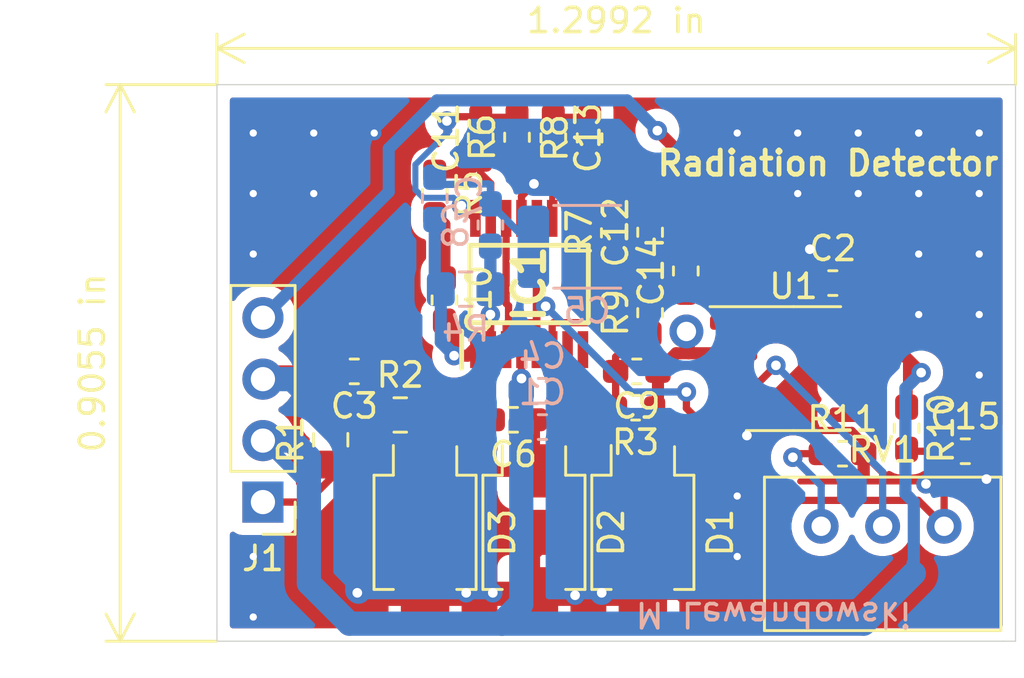
<source format=kicad_pcb>
(kicad_pcb (version 20171130) (host pcbnew 5.1.5+dfsg1-2build2)

  (general
    (thickness 1.6)
    (drawings 11)
    (tracks 311)
    (zones 0)
    (modules 33)
    (nets 27)
  )

  (page A4)
  (layers
    (0 F.Cu signal)
    (31 B.Cu signal)
    (32 B.Adhes user)
    (33 F.Adhes user)
    (34 B.Paste user)
    (35 F.Paste user)
    (36 B.SilkS user)
    (37 F.SilkS user)
    (38 B.Mask user)
    (39 F.Mask user)
    (40 Dwgs.User user)
    (41 Cmts.User user)
    (42 Eco1.User user)
    (43 Eco2.User user)
    (44 Edge.Cuts user)
    (45 Margin user)
    (46 B.CrtYd user)
    (47 F.CrtYd user)
    (48 B.Fab user)
    (49 F.Fab user)
  )

  (setup
    (last_trace_width 0.25)
    (user_trace_width 0.3)
    (user_trace_width 0.5)
    (user_trace_width 1)
    (trace_clearance 0.2)
    (zone_clearance 0.508)
    (zone_45_only no)
    (trace_min 0.2)
    (via_size 0.8)
    (via_drill 0.4)
    (via_min_size 0.4)
    (via_min_drill 0.3)
    (user_via 0.6 0.3)
    (user_via 1.4 0.8)
    (uvia_size 0.3)
    (uvia_drill 0.1)
    (uvias_allowed no)
    (uvia_min_size 0.2)
    (uvia_min_drill 0.1)
    (edge_width 0.05)
    (segment_width 0.2)
    (pcb_text_width 0.3)
    (pcb_text_size 1.5 1.5)
    (mod_edge_width 0.12)
    (mod_text_size 1 1)
    (mod_text_width 0.15)
    (pad_size 1.524 1.524)
    (pad_drill 0.762)
    (pad_to_mask_clearance 0.051)
    (solder_mask_min_width 0.25)
    (aux_axis_origin 0 0)
    (visible_elements FFFFFF7F)
    (pcbplotparams
      (layerselection 0x010fc_ffffffff)
      (usegerberextensions false)
      (usegerberattributes false)
      (usegerberadvancedattributes false)
      (creategerberjobfile false)
      (excludeedgelayer true)
      (linewidth 0.100000)
      (plotframeref false)
      (viasonmask false)
      (mode 1)
      (useauxorigin false)
      (hpglpennumber 1)
      (hpglpenspeed 20)
      (hpglpendiameter 15.000000)
      (psnegative false)
      (psa4output false)
      (plotreference true)
      (plotvalue true)
      (plotinvisibletext false)
      (padsonsilk false)
      (subtractmaskfromsilk false)
      (outputformat 1)
      (mirror false)
      (drillshape 0)
      (scaleselection 1)
      (outputdirectory "gerber"))
  )

  (net 0 "")
  (net 1 +5V)
  (net 2 GND)
  (net 3 "Net-(C3-Pad1)")
  (net 4 "Net-(C5-Pad1)")
  (net 5 "Net-(C6-Pad2)")
  (net 6 "Net-(C6-Pad1)")
  (net 7 "Net-(C10-Pad2)")
  (net 8 -IN4)
  (net 9 "Net-(C9-Pad1)")
  (net 10 "Net-(C10-Pad1)")
  (net 11 "Net-(C11-Pad2)")
  (net 12 -IN2)
  (net 13 -IN3)
  (net 14 "Net-(C12-Pad1)")
  (net 15 "Net-(C13-Pad1)")
  (net 16 "Net-(C14-Pad1)")
  (net 17 IN+)
  (net 18 "Net-(IC1-Pad9)")
  (net 19 "Net-(IC1-Pad8)")
  (net 20 OUT)
  (net 21 +12V)
  (net 22 "Net-(R11-Pad1)")
  (net 23 CMP)
  (net 24 "Net-(U1-Pad7)")
  (net 25 "Net-(U1-Pad6)")
  (net 26 "Net-(U1-Pad5)")

  (net_class Default "This is the default net class."
    (clearance 0.2)
    (trace_width 0.25)
    (via_dia 0.8)
    (via_drill 0.4)
    (uvia_dia 0.3)
    (uvia_drill 0.1)
    (add_net +12V)
    (add_net +5V)
    (add_net -IN2)
    (add_net -IN3)
    (add_net -IN4)
    (add_net CMP)
    (add_net GND)
    (add_net IN+)
    (add_net "Net-(C10-Pad1)")
    (add_net "Net-(C10-Pad2)")
    (add_net "Net-(C11-Pad2)")
    (add_net "Net-(C12-Pad1)")
    (add_net "Net-(C13-Pad1)")
    (add_net "Net-(C14-Pad1)")
    (add_net "Net-(C3-Pad1)")
    (add_net "Net-(C5-Pad1)")
    (add_net "Net-(C6-Pad1)")
    (add_net "Net-(C6-Pad2)")
    (add_net "Net-(C9-Pad1)")
    (add_net "Net-(IC1-Pad8)")
    (add_net "Net-(IC1-Pad9)")
    (add_net "Net-(R11-Pad1)")
    (add_net "Net-(U1-Pad5)")
    (add_net "Net-(U1-Pad6)")
    (add_net "Net-(U1-Pad7)")
    (add_net OUT)
  )

  (module Capacitor_SMD:C_0603_1608Metric_Pad1.05x0.95mm_HandSolder (layer F.Cu) (tedit 5B301BBE) (tstamp 616FB845)
    (at 130.4 64.4 270)
    (descr "Capacitor SMD 0603 (1608 Metric), square (rectangular) end terminal, IPC_7351 nominal with elongated pad for handsoldering. (Body size source: http://www.tortai-tech.com/upload/download/2011102023233369053.pdf), generated with kicad-footprint-generator")
    (tags "capacitor handsolder")
    (path /617557CD)
    (attr smd)
    (fp_text reference C10 (at 0 -1.43 90) (layer F.SilkS)
      (effects (font (size 1 1) (thickness 0.15)))
    )
    (fp_text value 1nF (at 0 1.43 90) (layer F.Fab)
      (effects (font (size 1 1) (thickness 0.15)))
    )
    (fp_text user %R (at 0 0 90) (layer F.Fab)
      (effects (font (size 0.4 0.4) (thickness 0.06)))
    )
    (fp_line (start 1.65 0.73) (end -1.65 0.73) (layer F.CrtYd) (width 0.05))
    (fp_line (start 1.65 -0.73) (end 1.65 0.73) (layer F.CrtYd) (width 0.05))
    (fp_line (start -1.65 -0.73) (end 1.65 -0.73) (layer F.CrtYd) (width 0.05))
    (fp_line (start -1.65 0.73) (end -1.65 -0.73) (layer F.CrtYd) (width 0.05))
    (fp_line (start -0.171267 0.51) (end 0.171267 0.51) (layer F.SilkS) (width 0.12))
    (fp_line (start -0.171267 -0.51) (end 0.171267 -0.51) (layer F.SilkS) (width 0.12))
    (fp_line (start 0.8 0.4) (end -0.8 0.4) (layer F.Fab) (width 0.1))
    (fp_line (start 0.8 -0.4) (end 0.8 0.4) (layer F.Fab) (width 0.1))
    (fp_line (start -0.8 -0.4) (end 0.8 -0.4) (layer F.Fab) (width 0.1))
    (fp_line (start -0.8 0.4) (end -0.8 -0.4) (layer F.Fab) (width 0.1))
    (pad 2 smd roundrect (at 0.875 0 270) (size 1.05 0.95) (layers F.Cu F.Paste F.Mask) (roundrect_rratio 0.25)
      (net 7 "Net-(C10-Pad2)"))
    (pad 1 smd roundrect (at -0.875 0 270) (size 1.05 0.95) (layers F.Cu F.Paste F.Mask) (roundrect_rratio 0.25)
      (net 10 "Net-(C10-Pad1)"))
    (model ${KISYS3DMOD}/Capacitor_SMD.3dshapes/C_0603_1608Metric.wrl
      (at (xyz 0 0 0))
      (scale (xyz 1 1 1))
      (rotate (xyz 0 0 0))
    )
  )

  (module Resistor_SMD:R_0603_1608Metric (layer F.Cu) (tedit 5B301BBD) (tstamp 616FDEF5)
    (at 138.3 68.85 180)
    (descr "Resistor SMD 0603 (1608 Metric), square (rectangular) end terminal, IPC_7351 nominal, (Body size source: http://www.tortai-tech.com/upload/download/2011102023233369053.pdf), generated with kicad-footprint-generator")
    (tags resistor)
    (path /61783975)
    (attr smd)
    (fp_text reference R3 (at 0 -1.43) (layer F.SilkS)
      (effects (font (size 1 1) (thickness 0.15)))
    )
    (fp_text value 10k (at 0 1.43) (layer F.Fab)
      (effects (font (size 1 1) (thickness 0.15)))
    )
    (fp_text user %R (at 0 0) (layer F.Fab)
      (effects (font (size 0.4 0.4) (thickness 0.06)))
    )
    (fp_line (start 1.48 0.73) (end -1.48 0.73) (layer F.CrtYd) (width 0.05))
    (fp_line (start 1.48 -0.73) (end 1.48 0.73) (layer F.CrtYd) (width 0.05))
    (fp_line (start -1.48 -0.73) (end 1.48 -0.73) (layer F.CrtYd) (width 0.05))
    (fp_line (start -1.48 0.73) (end -1.48 -0.73) (layer F.CrtYd) (width 0.05))
    (fp_line (start -0.162779 0.51) (end 0.162779 0.51) (layer F.SilkS) (width 0.12))
    (fp_line (start -0.162779 -0.51) (end 0.162779 -0.51) (layer F.SilkS) (width 0.12))
    (fp_line (start 0.8 0.4) (end -0.8 0.4) (layer F.Fab) (width 0.1))
    (fp_line (start 0.8 -0.4) (end 0.8 0.4) (layer F.Fab) (width 0.1))
    (fp_line (start -0.8 -0.4) (end 0.8 -0.4) (layer F.Fab) (width 0.1))
    (fp_line (start -0.8 0.4) (end -0.8 -0.4) (layer F.Fab) (width 0.1))
    (pad 2 smd roundrect (at 0.7875 0 180) (size 0.875 0.95) (layers F.Cu F.Paste F.Mask) (roundrect_rratio 0.25)
      (net 8 -IN4))
    (pad 1 smd roundrect (at -0.7875 0 180) (size 0.875 0.95) (layers F.Cu F.Paste F.Mask) (roundrect_rratio 0.25)
      (net 9 "Net-(C9-Pad1)"))
    (model ${KISYS3DMOD}/Resistor_SMD.3dshapes/R_0603_1608Metric.wrl
      (at (xyz 0 0 0))
      (scale (xyz 1 1 1))
      (rotate (xyz 0 0 0))
    )
  )

  (module Package_SO:SOIC-8_3.9x4.9mm_P1.27mm (layer F.Cu) (tedit 5D9F72B1) (tstamp 616FBA29)
    (at 144.825 67.235)
    (descr "SOIC, 8 Pin (JEDEC MS-012AA, https://www.analog.com/media/en/package-pcb-resources/package/pkg_pdf/soic_narrow-r/r_8.pdf), generated with kicad-footprint-generator ipc_gullwing_generator.py")
    (tags "SOIC SO")
    (path /6179FAB4)
    (attr smd)
    (fp_text reference U1 (at 0 -3.4) (layer F.SilkS)
      (effects (font (size 1 1) (thickness 0.15)))
    )
    (fp_text value LM393 (at 0 3.4) (layer F.Fab)
      (effects (font (size 1 1) (thickness 0.15)))
    )
    (fp_text user %R (at 0 0) (layer F.Fab)
      (effects (font (size 0.98 0.98) (thickness 0.15)))
    )
    (fp_line (start 3.7 -2.7) (end -3.7 -2.7) (layer F.CrtYd) (width 0.05))
    (fp_line (start 3.7 2.7) (end 3.7 -2.7) (layer F.CrtYd) (width 0.05))
    (fp_line (start -3.7 2.7) (end 3.7 2.7) (layer F.CrtYd) (width 0.05))
    (fp_line (start -3.7 -2.7) (end -3.7 2.7) (layer F.CrtYd) (width 0.05))
    (fp_line (start -1.95 -1.475) (end -0.975 -2.45) (layer F.Fab) (width 0.1))
    (fp_line (start -1.95 2.45) (end -1.95 -1.475) (layer F.Fab) (width 0.1))
    (fp_line (start 1.95 2.45) (end -1.95 2.45) (layer F.Fab) (width 0.1))
    (fp_line (start 1.95 -2.45) (end 1.95 2.45) (layer F.Fab) (width 0.1))
    (fp_line (start -0.975 -2.45) (end 1.95 -2.45) (layer F.Fab) (width 0.1))
    (fp_line (start 0 -2.56) (end -3.45 -2.56) (layer F.SilkS) (width 0.12))
    (fp_line (start 0 -2.56) (end 1.95 -2.56) (layer F.SilkS) (width 0.12))
    (fp_line (start 0 2.56) (end -1.95 2.56) (layer F.SilkS) (width 0.12))
    (fp_line (start 0 2.56) (end 1.95 2.56) (layer F.SilkS) (width 0.12))
    (pad 8 smd roundrect (at 2.475 -1.905) (size 1.95 0.6) (layers F.Cu F.Paste F.Mask) (roundrect_rratio 0.25)
      (net 1 +5V))
    (pad 7 smd roundrect (at 2.475 -0.635) (size 1.95 0.6) (layers F.Cu F.Paste F.Mask) (roundrect_rratio 0.25)
      (net 24 "Net-(U1-Pad7)"))
    (pad 6 smd roundrect (at 2.475 0.635) (size 1.95 0.6) (layers F.Cu F.Paste F.Mask) (roundrect_rratio 0.25)
      (net 25 "Net-(U1-Pad6)"))
    (pad 5 smd roundrect (at 2.475 1.905) (size 1.95 0.6) (layers F.Cu F.Paste F.Mask) (roundrect_rratio 0.25)
      (net 26 "Net-(U1-Pad5)"))
    (pad 4 smd roundrect (at -2.475 1.905) (size 1.95 0.6) (layers F.Cu F.Paste F.Mask) (roundrect_rratio 0.25)
      (net 2 GND))
    (pad 3 smd roundrect (at -2.475 0.635) (size 1.95 0.6) (layers F.Cu F.Paste F.Mask) (roundrect_rratio 0.25)
      (net 23 CMP))
    (pad 2 smd roundrect (at -2.475 -0.635) (size 1.95 0.6) (layers F.Cu F.Paste F.Mask) (roundrect_rratio 0.25)
      (net 9 "Net-(C9-Pad1)"))
    (pad 1 smd roundrect (at -2.475 -1.905) (size 1.95 0.6) (layers F.Cu F.Paste F.Mask) (roundrect_rratio 0.25)
      (net 20 OUT))
    (model ${KISYS3DMOD}/Package_SO.3dshapes/SOIC-8_3.9x4.9mm_P1.27mm.wrl
      (at (xyz 0 0 0))
      (scale (xyz 1 1 1))
      (rotate (xyz 0 0 0))
    )
  )

  (module Potentiometer_THT:Potentiometer_Bourns_3299W_Vertical (layer F.Cu) (tedit 5A3D4994) (tstamp 616FBA0F)
    (at 151.05 73.75)
    (descr "Potentiometer, vertical, Bourns 3299W, https://www.bourns.com/pdfs/3299.pdf")
    (tags "Potentiometer vertical Bourns 3299W")
    (path /6173FA46)
    (fp_text reference RV1 (at -2.54 -3.16) (layer F.SilkS)
      (effects (font (size 1 1) (thickness 0.15)))
    )
    (fp_text value R_POT (at -2.54 5.44) (layer F.Fab)
      (effects (font (size 1 1) (thickness 0.15)))
    )
    (fp_text user %R (at -3.175 1.14) (layer F.Fab)
      (effects (font (size 1 1) (thickness 0.15)))
    )
    (fp_line (start 2.5 -2.2) (end -7.6 -2.2) (layer F.CrtYd) (width 0.05))
    (fp_line (start 2.5 4.45) (end 2.5 -2.2) (layer F.CrtYd) (width 0.05))
    (fp_line (start -7.6 4.45) (end 2.5 4.45) (layer F.CrtYd) (width 0.05))
    (fp_line (start -7.6 -2.2) (end -7.6 4.45) (layer F.CrtYd) (width 0.05))
    (fp_line (start 2.345 -2.03) (end 2.345 4.31) (layer F.SilkS) (width 0.12))
    (fp_line (start -7.425 -2.03) (end -7.425 4.31) (layer F.SilkS) (width 0.12))
    (fp_line (start -7.425 4.31) (end 2.345 4.31) (layer F.SilkS) (width 0.12))
    (fp_line (start -7.425 -2.03) (end 2.345 -2.03) (layer F.SilkS) (width 0.12))
    (fp_line (start 0.955 4.005) (end 0.956 1.836) (layer F.Fab) (width 0.1))
    (fp_line (start 0.955 4.005) (end 0.956 1.836) (layer F.Fab) (width 0.1))
    (fp_line (start 2.225 -1.91) (end -7.305 -1.91) (layer F.Fab) (width 0.1))
    (fp_line (start 2.225 4.19) (end 2.225 -1.91) (layer F.Fab) (width 0.1))
    (fp_line (start -7.305 4.19) (end 2.225 4.19) (layer F.Fab) (width 0.1))
    (fp_line (start -7.305 -1.91) (end -7.305 4.19) (layer F.Fab) (width 0.1))
    (fp_circle (center 0.955 2.92) (end 2.05 2.92) (layer F.Fab) (width 0.1))
    (pad 3 thru_hole circle (at -5.08 0) (size 1.44 1.44) (drill 0.8) (layers *.Cu *.Mask)
      (net 22 "Net-(R11-Pad1)"))
    (pad 2 thru_hole circle (at -2.54 0) (size 1.44 1.44) (drill 0.8) (layers *.Cu *.Mask)
      (net 23 CMP))
    (pad 1 thru_hole circle (at 0 0) (size 1.44 1.44) (drill 0.8) (layers *.Cu *.Mask)
      (net 17 IN+))
    (model ${KISYS3DMOD}/Potentiometer_THT.3dshapes/Potentiometer_Bourns_3299W_Vertical.wrl
      (at (xyz 0 0 0))
      (scale (xyz 1 1 1))
      (rotate (xyz 0 0 0))
    )
  )

  (module Resistor_SMD:R_0603_1608Metric_Pad1.05x0.95mm_HandSolder (layer F.Cu) (tedit 5B301BBD) (tstamp 616FB9F8)
    (at 146.85 70.75)
    (descr "Resistor SMD 0603 (1608 Metric), square (rectangular) end terminal, IPC_7351 nominal with elongated pad for handsoldering. (Body size source: http://www.tortai-tech.com/upload/download/2011102023233369053.pdf), generated with kicad-footprint-generator")
    (tags "resistor handsolder")
    (path /61742A63)
    (attr smd)
    (fp_text reference R11 (at 0 -1.43) (layer F.SilkS)
      (effects (font (size 1 1) (thickness 0.15)))
    )
    (fp_text value 150k (at 0 1.43) (layer F.Fab)
      (effects (font (size 1 1) (thickness 0.15)))
    )
    (fp_text user %R (at 0 0) (layer F.Fab)
      (effects (font (size 0.4 0.4) (thickness 0.06)))
    )
    (fp_line (start 1.65 0.73) (end -1.65 0.73) (layer F.CrtYd) (width 0.05))
    (fp_line (start 1.65 -0.73) (end 1.65 0.73) (layer F.CrtYd) (width 0.05))
    (fp_line (start -1.65 -0.73) (end 1.65 -0.73) (layer F.CrtYd) (width 0.05))
    (fp_line (start -1.65 0.73) (end -1.65 -0.73) (layer F.CrtYd) (width 0.05))
    (fp_line (start -0.171267 0.51) (end 0.171267 0.51) (layer F.SilkS) (width 0.12))
    (fp_line (start -0.171267 -0.51) (end 0.171267 -0.51) (layer F.SilkS) (width 0.12))
    (fp_line (start 0.8 0.4) (end -0.8 0.4) (layer F.Fab) (width 0.1))
    (fp_line (start 0.8 -0.4) (end 0.8 0.4) (layer F.Fab) (width 0.1))
    (fp_line (start -0.8 -0.4) (end 0.8 -0.4) (layer F.Fab) (width 0.1))
    (fp_line (start -0.8 0.4) (end -0.8 -0.4) (layer F.Fab) (width 0.1))
    (pad 2 smd roundrect (at 0.875 0) (size 1.05 0.95) (layers F.Cu F.Paste F.Mask) (roundrect_rratio 0.25)
      (net 2 GND))
    (pad 1 smd roundrect (at -0.875 0) (size 1.05 0.95) (layers F.Cu F.Paste F.Mask) (roundrect_rratio 0.25)
      (net 22 "Net-(R11-Pad1)"))
    (model ${KISYS3DMOD}/Resistor_SMD.3dshapes/R_0603_1608Metric.wrl
      (at (xyz 0 0 0))
      (scale (xyz 1 1 1))
      (rotate (xyz 0 0 0))
    )
  )

  (module Resistor_SMD:R_0603_1608Metric_Pad1.05x0.95mm_HandSolder (layer F.Cu) (tedit 5B301BBD) (tstamp 616FB9E7)
    (at 149.5 69.7 270)
    (descr "Resistor SMD 0603 (1608 Metric), square (rectangular) end terminal, IPC_7351 nominal with elongated pad for handsoldering. (Body size source: http://www.tortai-tech.com/upload/download/2011102023233369053.pdf), generated with kicad-footprint-generator")
    (tags "resistor handsolder")
    (path /6173F0A8)
    (attr smd)
    (fp_text reference R10 (at 0 -1.43 90) (layer F.SilkS)
      (effects (font (size 1 1) (thickness 0.15)))
    )
    (fp_text value 100k (at 0 1.43 90) (layer F.Fab)
      (effects (font (size 1 1) (thickness 0.15)))
    )
    (fp_text user %R (at 0 0 90) (layer F.Fab)
      (effects (font (size 0.4 0.4) (thickness 0.06)))
    )
    (fp_line (start 1.65 0.73) (end -1.65 0.73) (layer F.CrtYd) (width 0.05))
    (fp_line (start 1.65 -0.73) (end 1.65 0.73) (layer F.CrtYd) (width 0.05))
    (fp_line (start -1.65 -0.73) (end 1.65 -0.73) (layer F.CrtYd) (width 0.05))
    (fp_line (start -1.65 0.73) (end -1.65 -0.73) (layer F.CrtYd) (width 0.05))
    (fp_line (start -0.171267 0.51) (end 0.171267 0.51) (layer F.SilkS) (width 0.12))
    (fp_line (start -0.171267 -0.51) (end 0.171267 -0.51) (layer F.SilkS) (width 0.12))
    (fp_line (start 0.8 0.4) (end -0.8 0.4) (layer F.Fab) (width 0.1))
    (fp_line (start 0.8 -0.4) (end 0.8 0.4) (layer F.Fab) (width 0.1))
    (fp_line (start -0.8 -0.4) (end 0.8 -0.4) (layer F.Fab) (width 0.1))
    (fp_line (start -0.8 0.4) (end -0.8 -0.4) (layer F.Fab) (width 0.1))
    (pad 2 smd roundrect (at 0.875 0 270) (size 1.05 0.95) (layers F.Cu F.Paste F.Mask) (roundrect_rratio 0.25)
      (net 17 IN+))
    (pad 1 smd roundrect (at -0.875 0 270) (size 1.05 0.95) (layers F.Cu F.Paste F.Mask) (roundrect_rratio 0.25)
      (net 1 +5V))
    (model ${KISYS3DMOD}/Resistor_SMD.3dshapes/R_0603_1608Metric.wrl
      (at (xyz 0 0 0))
      (scale (xyz 1 1 1))
      (rotate (xyz 0 0 0))
    )
  )

  (module Resistor_SMD:R_0603_1608Metric_Pad1.05x0.95mm_HandSolder (layer F.Cu) (tedit 5B301BBD) (tstamp 616FB9D6)
    (at 138.9 64.925 90)
    (descr "Resistor SMD 0603 (1608 Metric), square (rectangular) end terminal, IPC_7351 nominal with elongated pad for handsoldering. (Body size source: http://www.tortai-tech.com/upload/download/2011102023233369053.pdf), generated with kicad-footprint-generator")
    (tags "resistor handsolder")
    (path /61777770)
    (attr smd)
    (fp_text reference R9 (at 0 -1.43 90) (layer F.SilkS)
      (effects (font (size 1 1) (thickness 0.15)))
    )
    (fp_text value 1k (at 0 1.43 90) (layer F.Fab)
      (effects (font (size 1 1) (thickness 0.15)))
    )
    (fp_text user %R (at 0.1 -0.1 90) (layer F.Fab)
      (effects (font (size 0.4 0.4) (thickness 0.06)))
    )
    (fp_line (start 1.65 0.73) (end -1.65 0.73) (layer F.CrtYd) (width 0.05))
    (fp_line (start 1.65 -0.73) (end 1.65 0.73) (layer F.CrtYd) (width 0.05))
    (fp_line (start -1.65 -0.73) (end 1.65 -0.73) (layer F.CrtYd) (width 0.05))
    (fp_line (start -1.65 0.73) (end -1.65 -0.73) (layer F.CrtYd) (width 0.05))
    (fp_line (start -0.171267 0.51) (end 0.171267 0.51) (layer F.SilkS) (width 0.12))
    (fp_line (start -0.171267 -0.51) (end 0.171267 -0.51) (layer F.SilkS) (width 0.12))
    (fp_line (start 0.8 0.4) (end -0.8 0.4) (layer F.Fab) (width 0.1))
    (fp_line (start 0.8 -0.4) (end 0.8 0.4) (layer F.Fab) (width 0.1))
    (fp_line (start -0.8 -0.4) (end 0.8 -0.4) (layer F.Fab) (width 0.1))
    (fp_line (start -0.8 0.4) (end -0.8 -0.4) (layer F.Fab) (width 0.1))
    (pad 2 smd roundrect (at 0.875 0 90) (size 1.05 0.95) (layers F.Cu F.Paste F.Mask) (roundrect_rratio 0.25)
      (net 16 "Net-(C14-Pad1)"))
    (pad 1 smd roundrect (at -0.875 0 90) (size 1.05 0.95) (layers F.Cu F.Paste F.Mask) (roundrect_rratio 0.25)
      (net 8 -IN4))
    (model ${KISYS3DMOD}/Resistor_SMD.3dshapes/R_0603_1608Metric.wrl
      (at (xyz 0 0 0))
      (scale (xyz 1 1 1))
      (rotate (xyz 0 0 0))
    )
  )

  (module Resistor_SMD:R_0603_1608Metric_Pad1.05x0.95mm_HandSolder (layer F.Cu) (tedit 5B301BBD) (tstamp 616FB9C5)
    (at 136.4 57.7 90)
    (descr "Resistor SMD 0603 (1608 Metric), square (rectangular) end terminal, IPC_7351 nominal with elongated pad for handsoldering. (Body size source: http://www.tortai-tech.com/upload/download/2011102023233369053.pdf), generated with kicad-footprint-generator")
    (tags "resistor handsolder")
    (path /61769CA1)
    (attr smd)
    (fp_text reference R8 (at 0 -1.43 90) (layer F.SilkS)
      (effects (font (size 1 1) (thickness 0.15)))
    )
    (fp_text value 1k (at 0 1.43 90) (layer F.Fab)
      (effects (font (size 1 1) (thickness 0.15)))
    )
    (fp_text user %R (at 0 0 90) (layer F.Fab)
      (effects (font (size 0.4 0.4) (thickness 0.06)))
    )
    (fp_line (start 1.65 0.73) (end -1.65 0.73) (layer F.CrtYd) (width 0.05))
    (fp_line (start 1.65 -0.73) (end 1.65 0.73) (layer F.CrtYd) (width 0.05))
    (fp_line (start -1.65 -0.73) (end 1.65 -0.73) (layer F.CrtYd) (width 0.05))
    (fp_line (start -1.65 0.73) (end -1.65 -0.73) (layer F.CrtYd) (width 0.05))
    (fp_line (start -0.171267 0.51) (end 0.171267 0.51) (layer F.SilkS) (width 0.12))
    (fp_line (start -0.171267 -0.51) (end 0.171267 -0.51) (layer F.SilkS) (width 0.12))
    (fp_line (start 0.8 0.4) (end -0.8 0.4) (layer F.Fab) (width 0.1))
    (fp_line (start 0.8 -0.4) (end 0.8 0.4) (layer F.Fab) (width 0.1))
    (fp_line (start -0.8 -0.4) (end 0.8 -0.4) (layer F.Fab) (width 0.1))
    (fp_line (start -0.8 0.4) (end -0.8 -0.4) (layer F.Fab) (width 0.1))
    (pad 2 smd roundrect (at 0.875 0 90) (size 1.05 0.95) (layers F.Cu F.Paste F.Mask) (roundrect_rratio 0.25)
      (net 15 "Net-(C13-Pad1)"))
    (pad 1 smd roundrect (at -0.875 0 90) (size 1.05 0.95) (layers F.Cu F.Paste F.Mask) (roundrect_rratio 0.25)
      (net 13 -IN3))
    (model ${KISYS3DMOD}/Resistor_SMD.3dshapes/R_0603_1608Metric.wrl
      (at (xyz 0 0 0))
      (scale (xyz 1 1 1))
      (rotate (xyz 0 0 0))
    )
  )

  (module Resistor_SMD:R_0603_1608Metric_Pad1.05x0.95mm_HandSolder (layer F.Cu) (tedit 5B301BBD) (tstamp 616FB9B4)
    (at 137.4 61.625 90)
    (descr "Resistor SMD 0603 (1608 Metric), square (rectangular) end terminal, IPC_7351 nominal with elongated pad for handsoldering. (Body size source: http://www.tortai-tech.com/upload/download/2011102023233369053.pdf), generated with kicad-footprint-generator")
    (tags "resistor handsolder")
    (path /61772C9E)
    (attr smd)
    (fp_text reference R7 (at 0 -1.43 90) (layer F.SilkS)
      (effects (font (size 1 1) (thickness 0.15)))
    )
    (fp_text value 10k (at 0 1.43 90) (layer F.Fab)
      (effects (font (size 1 1) (thickness 0.15)))
    )
    (fp_text user %R (at 0 0 90) (layer F.Fab)
      (effects (font (size 0.4 0.4) (thickness 0.06)))
    )
    (fp_line (start 1.65 0.73) (end -1.65 0.73) (layer F.CrtYd) (width 0.05))
    (fp_line (start 1.65 -0.73) (end 1.65 0.73) (layer F.CrtYd) (width 0.05))
    (fp_line (start -1.65 -0.73) (end 1.65 -0.73) (layer F.CrtYd) (width 0.05))
    (fp_line (start -1.65 0.73) (end -1.65 -0.73) (layer F.CrtYd) (width 0.05))
    (fp_line (start -0.171267 0.51) (end 0.171267 0.51) (layer F.SilkS) (width 0.12))
    (fp_line (start -0.171267 -0.51) (end 0.171267 -0.51) (layer F.SilkS) (width 0.12))
    (fp_line (start 0.8 0.4) (end -0.8 0.4) (layer F.Fab) (width 0.1))
    (fp_line (start 0.8 -0.4) (end 0.8 0.4) (layer F.Fab) (width 0.1))
    (fp_line (start -0.8 -0.4) (end 0.8 -0.4) (layer F.Fab) (width 0.1))
    (fp_line (start -0.8 0.4) (end -0.8 -0.4) (layer F.Fab) (width 0.1))
    (pad 2 smd roundrect (at 0.875 0 90) (size 1.05 0.95) (layers F.Cu F.Paste F.Mask) (roundrect_rratio 0.25)
      (net 13 -IN3))
    (pad 1 smd roundrect (at -0.875 0 90) (size 1.05 0.95) (layers F.Cu F.Paste F.Mask) (roundrect_rratio 0.25)
      (net 14 "Net-(C12-Pad1)"))
    (model ${KISYS3DMOD}/Resistor_SMD.3dshapes/R_0603_1608Metric.wrl
      (at (xyz 0 0 0))
      (scale (xyz 1 1 1))
      (rotate (xyz 0 0 0))
    )
  )

  (module Resistor_SMD:R_0603_1608Metric_Pad1.05x0.95mm_HandSolder (layer F.Cu) (tedit 5B301BBD) (tstamp 616FB9A3)
    (at 133.4 57.675 90)
    (descr "Resistor SMD 0603 (1608 Metric), square (rectangular) end terminal, IPC_7351 nominal with elongated pad for handsoldering. (Body size source: http://www.tortai-tech.com/upload/download/2011102023233369053.pdf), generated with kicad-footprint-generator")
    (tags "resistor handsolder")
    (path /6175CCAD)
    (attr smd)
    (fp_text reference R6 (at 0 -1.43 90) (layer F.SilkS)
      (effects (font (size 1 1) (thickness 0.15)))
    )
    (fp_text value 10k (at 0 1.43 90) (layer F.Fab)
      (effects (font (size 1 1) (thickness 0.15)))
    )
    (fp_text user %R (at 0 0 90) (layer F.Fab)
      (effects (font (size 0.4 0.4) (thickness 0.06)))
    )
    (fp_line (start 1.65 0.73) (end -1.65 0.73) (layer F.CrtYd) (width 0.05))
    (fp_line (start 1.65 -0.73) (end 1.65 0.73) (layer F.CrtYd) (width 0.05))
    (fp_line (start -1.65 -0.73) (end 1.65 -0.73) (layer F.CrtYd) (width 0.05))
    (fp_line (start -1.65 0.73) (end -1.65 -0.73) (layer F.CrtYd) (width 0.05))
    (fp_line (start -0.171267 0.51) (end 0.171267 0.51) (layer F.SilkS) (width 0.12))
    (fp_line (start -0.171267 -0.51) (end 0.171267 -0.51) (layer F.SilkS) (width 0.12))
    (fp_line (start 0.8 0.4) (end -0.8 0.4) (layer F.Fab) (width 0.1))
    (fp_line (start 0.8 -0.4) (end 0.8 0.4) (layer F.Fab) (width 0.1))
    (fp_line (start -0.8 -0.4) (end 0.8 -0.4) (layer F.Fab) (width 0.1))
    (fp_line (start -0.8 0.4) (end -0.8 -0.4) (layer F.Fab) (width 0.1))
    (pad 2 smd roundrect (at 0.875 0 90) (size 1.05 0.95) (layers F.Cu F.Paste F.Mask) (roundrect_rratio 0.25)
      (net 11 "Net-(C11-Pad2)"))
    (pad 1 smd roundrect (at -0.875 0 90) (size 1.05 0.95) (layers F.Cu F.Paste F.Mask) (roundrect_rratio 0.25)
      (net 12 -IN2))
    (model ${KISYS3DMOD}/Resistor_SMD.3dshapes/R_0603_1608Metric.wrl
      (at (xyz 0 0 0))
      (scale (xyz 1 1 1))
      (rotate (xyz 0 0 0))
    )
  )

  (module Resistor_SMD:R_0603_1608Metric_Pad1.05x0.95mm_HandSolder (layer F.Cu) (tedit 5B301BBD) (tstamp 616FB992)
    (at 130 60 270)
    (descr "Resistor SMD 0603 (1608 Metric), square (rectangular) end terminal, IPC_7351 nominal with elongated pad for handsoldering. (Body size source: http://www.tortai-tech.com/upload/download/2011102023233369053.pdf), generated with kicad-footprint-generator")
    (tags "resistor handsolder")
    (path /61755E8B)
    (attr smd)
    (fp_text reference R5 (at 0 -1.43 90) (layer F.SilkS)
      (effects (font (size 1 1) (thickness 0.15)))
    )
    (fp_text value 1k (at 0 1.43 90) (layer F.Fab)
      (effects (font (size 1 1) (thickness 0.15)))
    )
    (fp_text user %R (at 0 0 90) (layer F.Fab)
      (effects (font (size 0.4 0.4) (thickness 0.06)))
    )
    (fp_line (start 1.65 0.73) (end -1.65 0.73) (layer F.CrtYd) (width 0.05))
    (fp_line (start 1.65 -0.73) (end 1.65 0.73) (layer F.CrtYd) (width 0.05))
    (fp_line (start -1.65 -0.73) (end 1.65 -0.73) (layer F.CrtYd) (width 0.05))
    (fp_line (start -1.65 0.73) (end -1.65 -0.73) (layer F.CrtYd) (width 0.05))
    (fp_line (start -0.171267 0.51) (end 0.171267 0.51) (layer F.SilkS) (width 0.12))
    (fp_line (start -0.171267 -0.51) (end 0.171267 -0.51) (layer F.SilkS) (width 0.12))
    (fp_line (start 0.8 0.4) (end -0.8 0.4) (layer F.Fab) (width 0.1))
    (fp_line (start 0.8 -0.4) (end 0.8 0.4) (layer F.Fab) (width 0.1))
    (fp_line (start -0.8 -0.4) (end 0.8 -0.4) (layer F.Fab) (width 0.1))
    (fp_line (start -0.8 0.4) (end -0.8 -0.4) (layer F.Fab) (width 0.1))
    (pad 2 smd roundrect (at 0.875 0 270) (size 1.05 0.95) (layers F.Cu F.Paste F.Mask) (roundrect_rratio 0.25)
      (net 10 "Net-(C10-Pad1)"))
    (pad 1 smd roundrect (at -0.875 0 270) (size 1.05 0.95) (layers F.Cu F.Paste F.Mask) (roundrect_rratio 0.25)
      (net 12 -IN2))
    (model ${KISYS3DMOD}/Resistor_SMD.3dshapes/R_0603_1608Metric.wrl
      (at (xyz 0 0 0))
      (scale (xyz 1 1 1))
      (rotate (xyz 0 0 0))
    )
  )

  (module Resistor_SMD:R_0805_2012Metric_Pad1.15x1.40mm_HandSolder (layer B.Cu) (tedit 5B36C52B) (tstamp 616FB981)
    (at 131.275 63.95)
    (descr "Resistor SMD 0805 (2012 Metric), square (rectangular) end terminal, IPC_7351 nominal with elongated pad for handsoldering. (Body size source: https://docs.google.com/spreadsheets/d/1BsfQQcO9C6DZCsRaXUlFlo91Tg2WpOkGARC1WS5S8t0/edit?usp=sharing), generated with kicad-footprint-generator")
    (tags "resistor handsolder")
    (path /61718146)
    (attr smd)
    (fp_text reference R4 (at 0 1.65 180) (layer B.SilkS)
      (effects (font (size 1 1) (thickness 0.15)) (justify mirror))
    )
    (fp_text value 10M (at 0 -1.65 180) (layer B.Fab)
      (effects (font (size 1 1) (thickness 0.15)) (justify mirror))
    )
    (fp_text user %R (at 0 0 180) (layer B.Fab)
      (effects (font (size 0.5 0.5) (thickness 0.08)) (justify mirror))
    )
    (fp_line (start 1.85 -0.95) (end -1.85 -0.95) (layer B.CrtYd) (width 0.05))
    (fp_line (start 1.85 0.95) (end 1.85 -0.95) (layer B.CrtYd) (width 0.05))
    (fp_line (start -1.85 0.95) (end 1.85 0.95) (layer B.CrtYd) (width 0.05))
    (fp_line (start -1.85 -0.95) (end -1.85 0.95) (layer B.CrtYd) (width 0.05))
    (fp_line (start -0.261252 -0.71) (end 0.261252 -0.71) (layer B.SilkS) (width 0.12))
    (fp_line (start -0.261252 0.71) (end 0.261252 0.71) (layer B.SilkS) (width 0.12))
    (fp_line (start 1 -0.6) (end -1 -0.6) (layer B.Fab) (width 0.1))
    (fp_line (start 1 0.6) (end 1 -0.6) (layer B.Fab) (width 0.1))
    (fp_line (start -1 0.6) (end 1 0.6) (layer B.Fab) (width 0.1))
    (fp_line (start -1 -0.6) (end -1 0.6) (layer B.Fab) (width 0.1))
    (pad 2 smd roundrect (at 1.025 0) (size 1.15 1.4) (layers B.Cu B.Paste B.Mask) (roundrect_rratio 0.217391)
      (net 5 "Net-(C6-Pad2)"))
    (pad 1 smd roundrect (at -1.025 0) (size 1.15 1.4) (layers B.Cu B.Paste B.Mask) (roundrect_rratio 0.217391)
      (net 7 "Net-(C10-Pad2)"))
    (model ${KISYS3DMOD}/Resistor_SMD.3dshapes/R_0805_2012Metric.wrl
      (at (xyz 0 0 0))
      (scale (xyz 1 1 1))
      (rotate (xyz 0 0 0))
    )
  )

  (module Resistor_SMD:R_0805_2012Metric_Pad1.15x1.40mm_HandSolder (layer F.Cu) (tedit 5B36C52B) (tstamp 616FB95F)
    (at 128.575 69.15)
    (descr "Resistor SMD 0805 (2012 Metric), square (rectangular) end terminal, IPC_7351 nominal with elongated pad for handsoldering. (Body size source: https://docs.google.com/spreadsheets/d/1BsfQQcO9C6DZCsRaXUlFlo91Tg2WpOkGARC1WS5S8t0/edit?usp=sharing), generated with kicad-footprint-generator")
    (tags "resistor handsolder")
    (path /616F4B87)
    (attr smd)
    (fp_text reference R2 (at 0 -1.65) (layer F.SilkS)
      (effects (font (size 1 1) (thickness 0.15)))
    )
    (fp_text value 10M (at 0 1.65) (layer F.Fab)
      (effects (font (size 1 1) (thickness 0.15)))
    )
    (fp_text user %R (at 0 0) (layer F.Fab)
      (effects (font (size 0.5 0.5) (thickness 0.08)))
    )
    (fp_line (start 1.85 0.95) (end -1.85 0.95) (layer F.CrtYd) (width 0.05))
    (fp_line (start 1.85 -0.95) (end 1.85 0.95) (layer F.CrtYd) (width 0.05))
    (fp_line (start -1.85 -0.95) (end 1.85 -0.95) (layer F.CrtYd) (width 0.05))
    (fp_line (start -1.85 0.95) (end -1.85 -0.95) (layer F.CrtYd) (width 0.05))
    (fp_line (start -0.261252 0.71) (end 0.261252 0.71) (layer F.SilkS) (width 0.12))
    (fp_line (start -0.261252 -0.71) (end 0.261252 -0.71) (layer F.SilkS) (width 0.12))
    (fp_line (start 1 0.6) (end -1 0.6) (layer F.Fab) (width 0.1))
    (fp_line (start 1 -0.6) (end 1 0.6) (layer F.Fab) (width 0.1))
    (fp_line (start -1 -0.6) (end 1 -0.6) (layer F.Fab) (width 0.1))
    (fp_line (start -1 0.6) (end -1 -0.6) (layer F.Fab) (width 0.1))
    (pad 2 smd roundrect (at 1.025 0) (size 1.15 1.4) (layers F.Cu F.Paste F.Mask) (roundrect_rratio 0.217391)
      (net 6 "Net-(C6-Pad1)"))
    (pad 1 smd roundrect (at -1.025 0) (size 1.15 1.4) (layers F.Cu F.Paste F.Mask) (roundrect_rratio 0.217391)
      (net 3 "Net-(C3-Pad1)"))
    (model ${KISYS3DMOD}/Resistor_SMD.3dshapes/R_0805_2012Metric.wrl
      (at (xyz 0 0 0))
      (scale (xyz 1 1 1))
      (rotate (xyz 0 0 0))
    )
  )

  (module Resistor_SMD:R_0805_2012Metric_Pad1.15x1.40mm_HandSolder (layer F.Cu) (tedit 5B36C52B) (tstamp 616FB94E)
    (at 125.7 70.175 90)
    (descr "Resistor SMD 0805 (2012 Metric), square (rectangular) end terminal, IPC_7351 nominal with elongated pad for handsoldering. (Body size source: https://docs.google.com/spreadsheets/d/1BsfQQcO9C6DZCsRaXUlFlo91Tg2WpOkGARC1WS5S8t0/edit?usp=sharing), generated with kicad-footprint-generator")
    (tags "resistor handsolder")
    (path /616F77BA)
    (attr smd)
    (fp_text reference R1 (at 0 -1.65 90) (layer F.SilkS)
      (effects (font (size 1 1) (thickness 0.15)))
    )
    (fp_text value 1M (at 0 1.65 90) (layer F.Fab)
      (effects (font (size 1 1) (thickness 0.15)))
    )
    (fp_text user %R (at 0 0 90) (layer F.Fab)
      (effects (font (size 0.5 0.5) (thickness 0.08)))
    )
    (fp_line (start 1.85 0.95) (end -1.85 0.95) (layer F.CrtYd) (width 0.05))
    (fp_line (start 1.85 -0.95) (end 1.85 0.95) (layer F.CrtYd) (width 0.05))
    (fp_line (start -1.85 -0.95) (end 1.85 -0.95) (layer F.CrtYd) (width 0.05))
    (fp_line (start -1.85 0.95) (end -1.85 -0.95) (layer F.CrtYd) (width 0.05))
    (fp_line (start -0.261252 0.71) (end 0.261252 0.71) (layer F.SilkS) (width 0.12))
    (fp_line (start -0.261252 -0.71) (end 0.261252 -0.71) (layer F.SilkS) (width 0.12))
    (fp_line (start 1 0.6) (end -1 0.6) (layer F.Fab) (width 0.1))
    (fp_line (start 1 -0.6) (end 1 0.6) (layer F.Fab) (width 0.1))
    (fp_line (start -1 -0.6) (end 1 -0.6) (layer F.Fab) (width 0.1))
    (fp_line (start -1 0.6) (end -1 -0.6) (layer F.Fab) (width 0.1))
    (pad 2 smd roundrect (at 1.025 0 90) (size 1.15 1.4) (layers F.Cu F.Paste F.Mask) (roundrect_rratio 0.217391)
      (net 3 "Net-(C3-Pad1)"))
    (pad 1 smd roundrect (at -1.025 0 90) (size 1.15 1.4) (layers F.Cu F.Paste F.Mask) (roundrect_rratio 0.217391)
      (net 21 +12V))
    (model ${KISYS3DMOD}/Resistor_SMD.3dshapes/R_0805_2012Metric.wrl
      (at (xyz 0 0 0))
      (scale (xyz 1 1 1))
      (rotate (xyz 0 0 0))
    )
  )

  (module Connector_PinHeader_2.54mm:PinHeader_1x04_P2.54mm_Vertical (layer F.Cu) (tedit 59FED5CC) (tstamp 616FB93D)
    (at 122.9 72.75 180)
    (descr "Through hole straight pin header, 1x04, 2.54mm pitch, single row")
    (tags "Through hole pin header THT 1x04 2.54mm single row")
    (path /617E353B)
    (fp_text reference J1 (at 0 -2.33) (layer F.SilkS)
      (effects (font (size 1 1) (thickness 0.15)))
    )
    (fp_text value Conn_01x04 (at 0 9.95) (layer F.Fab)
      (effects (font (size 1 1) (thickness 0.15)))
    )
    (fp_text user %R (at 0 3.81 90) (layer F.Fab)
      (effects (font (size 1 1) (thickness 0.15)))
    )
    (fp_line (start 1.8 -1.8) (end -1.8 -1.8) (layer F.CrtYd) (width 0.05))
    (fp_line (start 1.8 9.4) (end 1.8 -1.8) (layer F.CrtYd) (width 0.05))
    (fp_line (start -1.8 9.4) (end 1.8 9.4) (layer F.CrtYd) (width 0.05))
    (fp_line (start -1.8 -1.8) (end -1.8 9.4) (layer F.CrtYd) (width 0.05))
    (fp_line (start -1.33 -1.33) (end 0 -1.33) (layer F.SilkS) (width 0.12))
    (fp_line (start -1.33 0) (end -1.33 -1.33) (layer F.SilkS) (width 0.12))
    (fp_line (start -1.33 1.27) (end 1.33 1.27) (layer F.SilkS) (width 0.12))
    (fp_line (start 1.33 1.27) (end 1.33 8.95) (layer F.SilkS) (width 0.12))
    (fp_line (start -1.33 1.27) (end -1.33 8.95) (layer F.SilkS) (width 0.12))
    (fp_line (start -1.33 8.95) (end 1.33 8.95) (layer F.SilkS) (width 0.12))
    (fp_line (start -1.27 -0.635) (end -0.635 -1.27) (layer F.Fab) (width 0.1))
    (fp_line (start -1.27 8.89) (end -1.27 -0.635) (layer F.Fab) (width 0.1))
    (fp_line (start 1.27 8.89) (end -1.27 8.89) (layer F.Fab) (width 0.1))
    (fp_line (start 1.27 -1.27) (end 1.27 8.89) (layer F.Fab) (width 0.1))
    (fp_line (start -0.635 -1.27) (end 1.27 -1.27) (layer F.Fab) (width 0.1))
    (pad 4 thru_hole oval (at 0 7.62 180) (size 1.7 1.7) (drill 1) (layers *.Cu *.Mask)
      (net 20 OUT))
    (pad 3 thru_hole oval (at 0 5.08 180) (size 1.7 1.7) (drill 1) (layers *.Cu *.Mask)
      (net 2 GND))
    (pad 2 thru_hole oval (at 0 2.54 180) (size 1.7 1.7) (drill 1) (layers *.Cu *.Mask)
      (net 1 +5V))
    (pad 1 thru_hole rect (at 0 0 180) (size 1.7 1.7) (drill 1) (layers *.Cu *.Mask)
      (net 21 +12V))
    (model ${KISYS3DMOD}/Connector_PinHeader_2.54mm.3dshapes/PinHeader_1x04_P2.54mm_Vertical.wrl
      (at (xyz 0 0 0))
      (scale (xyz 1 1 1))
      (rotate (xyz 0 0 0))
    )
  )

  (module LTC6242HVCGN#PBF:SOP64P601X175-16N (layer F.Cu) (tedit 616F30AD) (tstamp 616FB925)
    (at 133.902 63.738 90)
    (descr "GN Package 16-Lead Plastic SSOP (Narrow 0.150)")
    (tags "Integrated Circuit")
    (path /617094D8)
    (attr smd)
    (fp_text reference IC1 (at 0 0 90) (layer F.SilkS)
      (effects (font (size 1.27 1.27) (thickness 0.254)))
    )
    (fp_text value LTC6242HVCGN#PBF (at 0 0 90) (layer F.SilkS) hide
      (effects (font (size 1.27 1.27) (thickness 0.254)))
    )
    (fp_line (start -3.475 -2.79) (end -1.95 -2.79) (layer F.SilkS) (width 0.2))
    (fp_line (start -1.6 2.445) (end -1.6 -2.445) (layer F.SilkS) (width 0.2))
    (fp_line (start 1.6 2.445) (end -1.6 2.445) (layer F.SilkS) (width 0.2))
    (fp_line (start 1.6 -2.445) (end 1.6 2.445) (layer F.SilkS) (width 0.2))
    (fp_line (start -1.6 -2.445) (end 1.6 -2.445) (layer F.SilkS) (width 0.2))
    (fp_line (start -1.95 -1.81) (end -1.314 -2.445) (layer Dwgs.User) (width 0.1))
    (fp_line (start -1.95 2.445) (end -1.95 -2.445) (layer Dwgs.User) (width 0.1))
    (fp_line (start 1.95 2.445) (end -1.95 2.445) (layer Dwgs.User) (width 0.1))
    (fp_line (start 1.95 -2.445) (end 1.95 2.445) (layer Dwgs.User) (width 0.1))
    (fp_line (start -1.95 -2.445) (end 1.95 -2.445) (layer Dwgs.User) (width 0.1))
    (fp_line (start -3.725 2.739) (end -3.725 -2.739) (layer Dwgs.User) (width 0.05))
    (fp_line (start 3.725 2.739) (end -3.725 2.739) (layer Dwgs.User) (width 0.05))
    (fp_line (start 3.725 -2.739) (end 3.725 2.739) (layer Dwgs.User) (width 0.05))
    (fp_line (start -3.725 -2.739) (end 3.725 -2.739) (layer Dwgs.User) (width 0.05))
    (pad 16 smd rect (at 2.712 -2.222 180) (size 0.435 1.526) (layers F.Cu F.Paste F.Mask)
      (net 11 "Net-(C11-Pad2)"))
    (pad 15 smd rect (at 2.712 -1.588 180) (size 0.435 1.526) (layers F.Cu F.Paste F.Mask)
      (net 12 -IN2))
    (pad 14 smd rect (at 2.712 -0.952 180) (size 0.435 1.526) (layers F.Cu F.Paste F.Mask)
      (net 17 IN+))
    (pad 13 smd rect (at 2.712 -0.318 180) (size 0.435 1.526) (layers F.Cu F.Paste F.Mask)
      (net 2 GND))
    (pad 12 smd rect (at 2.712 0.318 180) (size 0.435 1.526) (layers F.Cu F.Paste F.Mask)
      (net 17 IN+))
    (pad 11 smd rect (at 2.712 0.952 180) (size 0.435 1.526) (layers F.Cu F.Paste F.Mask)
      (net 13 -IN3))
    (pad 10 smd rect (at 2.712 1.588 180) (size 0.435 1.526) (layers F.Cu F.Paste F.Mask)
      (net 14 "Net-(C12-Pad1)"))
    (pad 9 smd rect (at 2.712 2.222 180) (size 0.435 1.526) (layers F.Cu F.Paste F.Mask)
      (net 18 "Net-(IC1-Pad9)"))
    (pad 8 smd rect (at -2.712 2.222 180) (size 0.435 1.526) (layers F.Cu F.Paste F.Mask)
      (net 19 "Net-(IC1-Pad8)"))
    (pad 7 smd rect (at -2.712 1.588 180) (size 0.435 1.526) (layers F.Cu F.Paste F.Mask)
      (net 9 "Net-(C9-Pad1)"))
    (pad 6 smd rect (at -2.712 0.952 180) (size 0.435 1.526) (layers F.Cu F.Paste F.Mask)
      (net 8 -IN4))
    (pad 5 smd rect (at -2.712 0.318 180) (size 0.435 1.526) (layers F.Cu F.Paste F.Mask)
      (net 17 IN+))
    (pad 4 smd rect (at -2.712 -0.318 180) (size 0.435 1.526) (layers F.Cu F.Paste F.Mask)
      (net 1 +5V))
    (pad 3 smd rect (at -2.712 -0.952 180) (size 0.435 1.526) (layers F.Cu F.Paste F.Mask)
      (net 17 IN+))
    (pad 2 smd rect (at -2.712 -1.588 180) (size 0.435 1.526) (layers F.Cu F.Paste F.Mask)
      (net 5 "Net-(C6-Pad2)"))
    (pad 1 smd rect (at -2.712 -2.222 180) (size 0.435 1.526) (layers F.Cu F.Paste F.Mask)
      (net 7 "Net-(C10-Pad2)"))
  )

  (module OptoDevice:Osram_SMD-DIL2_4.5x4.0mm (layer F.Cu) (tedit 5B870B94) (tstamp 616FB903)
    (at 129.6 74 270)
    (descr "PhotoDiode, plastic SMD DIL, 4.5x4mm²")
    (tags "PhotoDiode plastic SMD DIL")
    (path /616F30AC)
    (attr smd)
    (fp_text reference D3 (at 0.01 -3.2 90) (layer F.SilkS)
      (effects (font (size 1 1) (thickness 0.15)))
    )
    (fp_text value BPW34-SMD (at 0 3.17 90) (layer F.Fab)
      (effects (font (size 1 1) (thickness 0.15)))
    )
    (fp_line (start 3.89 2.25) (end -3.89 2.25) (layer F.CrtYd) (width 0.05))
    (fp_line (start 3.89 2.25) (end 3.89 -2.25) (layer F.CrtYd) (width 0.05))
    (fp_line (start -3.89 -2.25) (end -3.89 2.25) (layer F.CrtYd) (width 0.05))
    (fp_line (start -3.89 -2.25) (end 3.89 -2.25) (layer F.CrtYd) (width 0.05))
    (fp_line (start -1.27 0.64) (end 1.27 0.64) (layer F.Fab) (width 0.1))
    (fp_line (start -0.31 0) (end -0.31 1.27) (layer F.Fab) (width 0.1))
    (fp_line (start 0.33 1.27) (end -0.31 0.64) (layer F.Fab) (width 0.1))
    (fp_line (start 0.33 0) (end 0.33 1.27) (layer F.Fab) (width 0.1))
    (fp_line (start -0.31 0.64) (end 0.33 0) (layer F.Fab) (width 0.1))
    (fp_line (start 1.22 -1.14) (end 0.45 -0.38) (layer F.Fab) (width 0.1))
    (fp_line (start 0.71 -1.14) (end -0.05 -0.38) (layer F.Fab) (width 0.1))
    (fp_line (start -0.05 -0.38) (end -0.05 -0.64) (layer F.Fab) (width 0.1))
    (fp_line (start -0.05 -0.38) (end 0.2 -0.38) (layer F.Fab) (width 0.1))
    (fp_line (start 0.45 -0.38) (end 0.45 -0.64) (layer F.Fab) (width 0.1))
    (fp_line (start 0.45 -0.38) (end 0.71 -0.38) (layer F.Fab) (width 0.1))
    (fp_line (start 2.25 2) (end -2.25 2) (layer F.Fab) (width 0.1))
    (fp_line (start 2.25 -2) (end 2.25 2) (layer F.Fab) (width 0.1))
    (fp_line (start -1.25 -2) (end 2.25 -2) (layer F.Fab) (width 0.1))
    (fp_line (start -2.25 -1) (end -1.25 -2) (layer F.Fab) (width 0.1))
    (fp_line (start -2.25 -1) (end -2.25 2) (layer F.Fab) (width 0.1))
    (fp_line (start -2.36 -1.31) (end -3.54 -1.31) (layer F.SilkS) (width 0.12))
    (fp_line (start -2.36 -2.11) (end -2.36 -1.31) (layer F.SilkS) (width 0.12))
    (fp_line (start 2.36 -2.11) (end -2.36 -2.11) (layer F.SilkS) (width 0.12))
    (fp_line (start 2.36 -1.31) (end 2.36 -2.11) (layer F.SilkS) (width 0.12))
    (fp_line (start 2.36 2.11) (end 2.36 1.31) (layer F.SilkS) (width 0.12))
    (fp_line (start -2.36 2.11) (end 2.36 2.11) (layer F.SilkS) (width 0.12))
    (fp_line (start -2.36 1.31) (end -2.36 2.11) (layer F.SilkS) (width 0.12))
    (fp_line (start -3.59 1.31) (end -2.36 1.31) (layer F.SilkS) (width 0.12))
    (fp_text user %R (at 0.01 -3.2 90) (layer F.Fab)
      (effects (font (size 1 1) (thickness 0.15)))
    )
    (pad 1 smd roundrect (at -2.54 0 90) (size 2.2 2) (layers F.Cu F.Paste F.Mask) (roundrect_rratio 0.125)
      (net 6 "Net-(C6-Pad1)"))
    (pad 2 smd roundrect (at 2.54 0 90) (size 2.2 2) (layers F.Cu F.Paste F.Mask) (roundrect_rratio 0.125)
      (net 2 GND))
    (model ${KISYS3DMOD}/OptoDevice.3dshapes/Osram_SMD-DIL2_4.5x4.0mm.wrl
      (at (xyz 0 0 0))
      (scale (xyz 1 1 1))
      (rotate (xyz 0 0 0))
    )
  )

  (module OptoDevice:Osram_SMD-DIL2_4.5x4.0mm (layer F.Cu) (tedit 5B870B94) (tstamp 616FB8E0)
    (at 134.1 74 270)
    (descr "PhotoDiode, plastic SMD DIL, 4.5x4mm²")
    (tags "PhotoDiode plastic SMD DIL")
    (path /616F3C10)
    (attr smd)
    (fp_text reference D2 (at 0.01 -3.2 90) (layer F.SilkS)
      (effects (font (size 1 1) (thickness 0.15)))
    )
    (fp_text value BPW34-SMD (at 0 3.17 90) (layer F.Fab)
      (effects (font (size 1 1) (thickness 0.15)))
    )
    (fp_line (start 3.89 2.25) (end -3.89 2.25) (layer F.CrtYd) (width 0.05))
    (fp_line (start 3.89 2.25) (end 3.89 -2.25) (layer F.CrtYd) (width 0.05))
    (fp_line (start -3.89 -2.25) (end -3.89 2.25) (layer F.CrtYd) (width 0.05))
    (fp_line (start -3.89 -2.25) (end 3.89 -2.25) (layer F.CrtYd) (width 0.05))
    (fp_line (start -1.27 0.64) (end 1.27 0.64) (layer F.Fab) (width 0.1))
    (fp_line (start -0.31 0) (end -0.31 1.27) (layer F.Fab) (width 0.1))
    (fp_line (start 0.33 1.27) (end -0.31 0.64) (layer F.Fab) (width 0.1))
    (fp_line (start 0.33 0) (end 0.33 1.27) (layer F.Fab) (width 0.1))
    (fp_line (start -0.31 0.64) (end 0.33 0) (layer F.Fab) (width 0.1))
    (fp_line (start 1.22 -1.14) (end 0.45 -0.38) (layer F.Fab) (width 0.1))
    (fp_line (start 0.71 -1.14) (end -0.05 -0.38) (layer F.Fab) (width 0.1))
    (fp_line (start -0.05 -0.38) (end -0.05 -0.64) (layer F.Fab) (width 0.1))
    (fp_line (start -0.05 -0.38) (end 0.2 -0.38) (layer F.Fab) (width 0.1))
    (fp_line (start 0.45 -0.38) (end 0.45 -0.64) (layer F.Fab) (width 0.1))
    (fp_line (start 0.45 -0.38) (end 0.71 -0.38) (layer F.Fab) (width 0.1))
    (fp_line (start 2.25 2) (end -2.25 2) (layer F.Fab) (width 0.1))
    (fp_line (start 2.25 -2) (end 2.25 2) (layer F.Fab) (width 0.1))
    (fp_line (start -1.25 -2) (end 2.25 -2) (layer F.Fab) (width 0.1))
    (fp_line (start -2.25 -1) (end -1.25 -2) (layer F.Fab) (width 0.1))
    (fp_line (start -2.25 -1) (end -2.25 2) (layer F.Fab) (width 0.1))
    (fp_line (start -2.36 -1.31) (end -3.54 -1.31) (layer F.SilkS) (width 0.12))
    (fp_line (start -2.36 -2.11) (end -2.36 -1.31) (layer F.SilkS) (width 0.12))
    (fp_line (start 2.36 -2.11) (end -2.36 -2.11) (layer F.SilkS) (width 0.12))
    (fp_line (start 2.36 -1.31) (end 2.36 -2.11) (layer F.SilkS) (width 0.12))
    (fp_line (start 2.36 2.11) (end 2.36 1.31) (layer F.SilkS) (width 0.12))
    (fp_line (start -2.36 2.11) (end 2.36 2.11) (layer F.SilkS) (width 0.12))
    (fp_line (start -2.36 1.31) (end -2.36 2.11) (layer F.SilkS) (width 0.12))
    (fp_line (start -3.59 1.31) (end -2.36 1.31) (layer F.SilkS) (width 0.12))
    (fp_text user %R (at 0.01 -3.2 90) (layer F.Fab)
      (effects (font (size 1 1) (thickness 0.15)))
    )
    (pad 1 smd roundrect (at -2.54 0 90) (size 2.2 2) (layers F.Cu F.Paste F.Mask) (roundrect_rratio 0.125)
      (net 6 "Net-(C6-Pad1)"))
    (pad 2 smd roundrect (at 2.54 0 90) (size 2.2 2) (layers F.Cu F.Paste F.Mask) (roundrect_rratio 0.125)
      (net 2 GND))
    (model ${KISYS3DMOD}/OptoDevice.3dshapes/Osram_SMD-DIL2_4.5x4.0mm.wrl
      (at (xyz 0 0 0))
      (scale (xyz 1 1 1))
      (rotate (xyz 0 0 0))
    )
  )

  (module OptoDevice:Osram_SMD-DIL2_4.5x4.0mm (layer F.Cu) (tedit 5B870B94) (tstamp 616FB8BD)
    (at 138.6 74 270)
    (descr "PhotoDiode, plastic SMD DIL, 4.5x4mm²")
    (tags "PhotoDiode plastic SMD DIL")
    (path /616F420C)
    (attr smd)
    (fp_text reference D1 (at 0.01 -3.2 90) (layer F.SilkS)
      (effects (font (size 1 1) (thickness 0.15)))
    )
    (fp_text value BPW34-SMD (at 0 3.17 90) (layer F.Fab)
      (effects (font (size 1 1) (thickness 0.15)))
    )
    (fp_line (start 3.89 2.25) (end -3.89 2.25) (layer F.CrtYd) (width 0.05))
    (fp_line (start 3.89 2.25) (end 3.89 -2.25) (layer F.CrtYd) (width 0.05))
    (fp_line (start -3.89 -2.25) (end -3.89 2.25) (layer F.CrtYd) (width 0.05))
    (fp_line (start -3.89 -2.25) (end 3.89 -2.25) (layer F.CrtYd) (width 0.05))
    (fp_line (start -1.27 0.64) (end 1.27 0.64) (layer F.Fab) (width 0.1))
    (fp_line (start -0.31 0) (end -0.31 1.27) (layer F.Fab) (width 0.1))
    (fp_line (start 0.33 1.27) (end -0.31 0.64) (layer F.Fab) (width 0.1))
    (fp_line (start 0.33 0) (end 0.33 1.27) (layer F.Fab) (width 0.1))
    (fp_line (start -0.31 0.64) (end 0.33 0) (layer F.Fab) (width 0.1))
    (fp_line (start 1.22 -1.14) (end 0.45 -0.38) (layer F.Fab) (width 0.1))
    (fp_line (start 0.71 -1.14) (end -0.05 -0.38) (layer F.Fab) (width 0.1))
    (fp_line (start -0.05 -0.38) (end -0.05 -0.64) (layer F.Fab) (width 0.1))
    (fp_line (start -0.05 -0.38) (end 0.2 -0.38) (layer F.Fab) (width 0.1))
    (fp_line (start 0.45 -0.38) (end 0.45 -0.64) (layer F.Fab) (width 0.1))
    (fp_line (start 0.45 -0.38) (end 0.71 -0.38) (layer F.Fab) (width 0.1))
    (fp_line (start 2.25 2) (end -2.25 2) (layer F.Fab) (width 0.1))
    (fp_line (start 2.25 -2) (end 2.25 2) (layer F.Fab) (width 0.1))
    (fp_line (start -1.25 -2) (end 2.25 -2) (layer F.Fab) (width 0.1))
    (fp_line (start -2.25 -1) (end -1.25 -2) (layer F.Fab) (width 0.1))
    (fp_line (start -2.25 -1) (end -2.25 2) (layer F.Fab) (width 0.1))
    (fp_line (start -2.36 -1.31) (end -3.54 -1.31) (layer F.SilkS) (width 0.12))
    (fp_line (start -2.36 -2.11) (end -2.36 -1.31) (layer F.SilkS) (width 0.12))
    (fp_line (start 2.36 -2.11) (end -2.36 -2.11) (layer F.SilkS) (width 0.12))
    (fp_line (start 2.36 -1.31) (end 2.36 -2.11) (layer F.SilkS) (width 0.12))
    (fp_line (start 2.36 2.11) (end 2.36 1.31) (layer F.SilkS) (width 0.12))
    (fp_line (start -2.36 2.11) (end 2.36 2.11) (layer F.SilkS) (width 0.12))
    (fp_line (start -2.36 1.31) (end -2.36 2.11) (layer F.SilkS) (width 0.12))
    (fp_line (start -3.59 1.31) (end -2.36 1.31) (layer F.SilkS) (width 0.12))
    (fp_text user %R (at 0.01 -3.2 90) (layer F.Fab)
      (effects (font (size 1 1) (thickness 0.15)))
    )
    (pad 1 smd roundrect (at -2.54 0 90) (size 2.2 2) (layers F.Cu F.Paste F.Mask) (roundrect_rratio 0.125)
      (net 6 "Net-(C6-Pad1)"))
    (pad 2 smd roundrect (at 2.54 0 90) (size 2.2 2) (layers F.Cu F.Paste F.Mask) (roundrect_rratio 0.125)
      (net 2 GND))
    (model ${KISYS3DMOD}/OptoDevice.3dshapes/Osram_SMD-DIL2_4.5x4.0mm.wrl
      (at (xyz 0 0 0))
      (scale (xyz 1 1 1))
      (rotate (xyz 0 0 0))
    )
  )

  (module Capacitor_SMD:C_0603_1608Metric_Pad1.05x0.95mm_HandSolder (layer F.Cu) (tedit 5B301BBE) (tstamp 616FB89A)
    (at 151.925 70.65)
    (descr "Capacitor SMD 0603 (1608 Metric), square (rectangular) end terminal, IPC_7351 nominal with elongated pad for handsoldering. (Body size source: http://www.tortai-tech.com/upload/download/2011102023233369053.pdf), generated with kicad-footprint-generator")
    (tags "capacitor handsolder")
    (path /6173F403)
    (attr smd)
    (fp_text reference C15 (at 0 -1.43) (layer F.SilkS)
      (effects (font (size 1 1) (thickness 0.15)))
    )
    (fp_text value 100nF (at 0 1.43) (layer F.Fab)
      (effects (font (size 1 1) (thickness 0.15)))
    )
    (fp_text user %R (at 0 0) (layer F.Fab)
      (effects (font (size 0.4 0.4) (thickness 0.06)))
    )
    (fp_line (start 1.65 0.73) (end -1.65 0.73) (layer F.CrtYd) (width 0.05))
    (fp_line (start 1.65 -0.73) (end 1.65 0.73) (layer F.CrtYd) (width 0.05))
    (fp_line (start -1.65 -0.73) (end 1.65 -0.73) (layer F.CrtYd) (width 0.05))
    (fp_line (start -1.65 0.73) (end -1.65 -0.73) (layer F.CrtYd) (width 0.05))
    (fp_line (start -0.171267 0.51) (end 0.171267 0.51) (layer F.SilkS) (width 0.12))
    (fp_line (start -0.171267 -0.51) (end 0.171267 -0.51) (layer F.SilkS) (width 0.12))
    (fp_line (start 0.8 0.4) (end -0.8 0.4) (layer F.Fab) (width 0.1))
    (fp_line (start 0.8 -0.4) (end 0.8 0.4) (layer F.Fab) (width 0.1))
    (fp_line (start -0.8 -0.4) (end 0.8 -0.4) (layer F.Fab) (width 0.1))
    (fp_line (start -0.8 0.4) (end -0.8 -0.4) (layer F.Fab) (width 0.1))
    (pad 2 smd roundrect (at 0.875 0) (size 1.05 0.95) (layers F.Cu F.Paste F.Mask) (roundrect_rratio 0.25)
      (net 2 GND))
    (pad 1 smd roundrect (at -0.875 0) (size 1.05 0.95) (layers F.Cu F.Paste F.Mask) (roundrect_rratio 0.25)
      (net 17 IN+))
    (model ${KISYS3DMOD}/Capacitor_SMD.3dshapes/C_0603_1608Metric.wrl
      (at (xyz 0 0 0))
      (scale (xyz 1 1 1))
      (rotate (xyz 0 0 0))
    )
  )

  (module Capacitor_SMD:C_0603_1608Metric_Pad1.05x0.95mm_HandSolder (layer F.Cu) (tedit 5B301BBE) (tstamp 616FB889)
    (at 140.375 63.2 90)
    (descr "Capacitor SMD 0603 (1608 Metric), square (rectangular) end terminal, IPC_7351 nominal with elongated pad for handsoldering. (Body size source: http://www.tortai-tech.com/upload/download/2011102023233369053.pdf), generated with kicad-footprint-generator")
    (tags "capacitor handsolder")
    (path /6177776A)
    (attr smd)
    (fp_text reference C14 (at 0 -1.43 90) (layer F.SilkS)
      (effects (font (size 1 1) (thickness 0.15)))
    )
    (fp_text value 10nF (at 0 1.43 90) (layer F.Fab)
      (effects (font (size 1 1) (thickness 0.15)))
    )
    (fp_text user %R (at 0 0 90) (layer F.Fab)
      (effects (font (size 0.4 0.4) (thickness 0.06)))
    )
    (fp_line (start 1.65 0.73) (end -1.65 0.73) (layer F.CrtYd) (width 0.05))
    (fp_line (start 1.65 -0.73) (end 1.65 0.73) (layer F.CrtYd) (width 0.05))
    (fp_line (start -1.65 -0.73) (end 1.65 -0.73) (layer F.CrtYd) (width 0.05))
    (fp_line (start -1.65 0.73) (end -1.65 -0.73) (layer F.CrtYd) (width 0.05))
    (fp_line (start -0.171267 0.51) (end 0.171267 0.51) (layer F.SilkS) (width 0.12))
    (fp_line (start -0.171267 -0.51) (end 0.171267 -0.51) (layer F.SilkS) (width 0.12))
    (fp_line (start 0.8 0.4) (end -0.8 0.4) (layer F.Fab) (width 0.1))
    (fp_line (start 0.8 -0.4) (end 0.8 0.4) (layer F.Fab) (width 0.1))
    (fp_line (start -0.8 -0.4) (end 0.8 -0.4) (layer F.Fab) (width 0.1))
    (fp_line (start -0.8 0.4) (end -0.8 -0.4) (layer F.Fab) (width 0.1))
    (pad 2 smd roundrect (at 0.875 0 90) (size 1.05 0.95) (layers F.Cu F.Paste F.Mask) (roundrect_rratio 0.25)
      (net 14 "Net-(C12-Pad1)"))
    (pad 1 smd roundrect (at -0.875 0 90) (size 1.05 0.95) (layers F.Cu F.Paste F.Mask) (roundrect_rratio 0.25)
      (net 16 "Net-(C14-Pad1)"))
    (model ${KISYS3DMOD}/Capacitor_SMD.3dshapes/C_0603_1608Metric.wrl
      (at (xyz 0 0 0))
      (scale (xyz 1 1 1))
      (rotate (xyz 0 0 0))
    )
  )

  (module Capacitor_SMD:C_0603_1608Metric_Pad1.05x0.95mm_HandSolder (layer F.Cu) (tedit 5B301BBE) (tstamp 616FB878)
    (at 134.9 57.7 270)
    (descr "Capacitor SMD 0603 (1608 Metric), square (rectangular) end terminal, IPC_7351 nominal with elongated pad for handsoldering. (Body size source: http://www.tortai-tech.com/upload/download/2011102023233369053.pdf), generated with kicad-footprint-generator")
    (tags "capacitor handsolder")
    (path /61769C9B)
    (attr smd)
    (fp_text reference C13 (at 0 -1.43 90) (layer F.SilkS)
      (effects (font (size 1 1) (thickness 0.15)))
    )
    (fp_text value 10nF (at 0 1.43 90) (layer F.Fab)
      (effects (font (size 1 1) (thickness 0.15)))
    )
    (fp_text user %R (at -1.86 0.21 90) (layer F.Fab)
      (effects (font (size 0.4 0.4) (thickness 0.06)))
    )
    (fp_line (start 1.65 0.73) (end -1.65 0.73) (layer F.CrtYd) (width 0.05))
    (fp_line (start 1.65 -0.73) (end 1.65 0.73) (layer F.CrtYd) (width 0.05))
    (fp_line (start -1.65 -0.73) (end 1.65 -0.73) (layer F.CrtYd) (width 0.05))
    (fp_line (start -1.65 0.73) (end -1.65 -0.73) (layer F.CrtYd) (width 0.05))
    (fp_line (start -0.171267 0.51) (end 0.171267 0.51) (layer F.SilkS) (width 0.12))
    (fp_line (start -0.171267 -0.51) (end 0.171267 -0.51) (layer F.SilkS) (width 0.12))
    (fp_line (start 0.8 0.4) (end -0.8 0.4) (layer F.Fab) (width 0.1))
    (fp_line (start 0.8 -0.4) (end 0.8 0.4) (layer F.Fab) (width 0.1))
    (fp_line (start -0.8 -0.4) (end 0.8 -0.4) (layer F.Fab) (width 0.1))
    (fp_line (start -0.8 0.4) (end -0.8 -0.4) (layer F.Fab) (width 0.1))
    (pad 2 smd roundrect (at 0.875 0 270) (size 1.05 0.95) (layers F.Cu F.Paste F.Mask) (roundrect_rratio 0.25)
      (net 11 "Net-(C11-Pad2)"))
    (pad 1 smd roundrect (at -0.875 0 270) (size 1.05 0.95) (layers F.Cu F.Paste F.Mask) (roundrect_rratio 0.25)
      (net 15 "Net-(C13-Pad1)"))
    (model ${KISYS3DMOD}/Capacitor_SMD.3dshapes/C_0603_1608Metric.wrl
      (at (xyz 0 0 0))
      (scale (xyz 1 1 1))
      (rotate (xyz 0 0 0))
    )
  )

  (module Capacitor_SMD:C_0603_1608Metric_Pad1.05x0.95mm_HandSolder (layer F.Cu) (tedit 5B301BBE) (tstamp 616FB867)
    (at 138.9 61.6 90)
    (descr "Capacitor SMD 0603 (1608 Metric), square (rectangular) end terminal, IPC_7351 nominal with elongated pad for handsoldering. (Body size source: http://www.tortai-tech.com/upload/download/2011102023233369053.pdf), generated with kicad-footprint-generator")
    (tags "capacitor handsolder")
    (path /61772CA4)
    (attr smd)
    (fp_text reference C12 (at 0 -1.43 90) (layer F.SilkS)
      (effects (font (size 1 1) (thickness 0.15)))
    )
    (fp_text value 100p (at 0 1.43 90) (layer F.Fab)
      (effects (font (size 1 1) (thickness 0.15)))
    )
    (fp_text user %R (at 0 0 90) (layer F.Fab)
      (effects (font (size 0.4 0.4) (thickness 0.06)))
    )
    (fp_line (start 1.65 0.73) (end -1.65 0.73) (layer F.CrtYd) (width 0.05))
    (fp_line (start 1.65 -0.73) (end 1.65 0.73) (layer F.CrtYd) (width 0.05))
    (fp_line (start -1.65 -0.73) (end 1.65 -0.73) (layer F.CrtYd) (width 0.05))
    (fp_line (start -1.65 0.73) (end -1.65 -0.73) (layer F.CrtYd) (width 0.05))
    (fp_line (start -0.171267 0.51) (end 0.171267 0.51) (layer F.SilkS) (width 0.12))
    (fp_line (start -0.171267 -0.51) (end 0.171267 -0.51) (layer F.SilkS) (width 0.12))
    (fp_line (start 0.8 0.4) (end -0.8 0.4) (layer F.Fab) (width 0.1))
    (fp_line (start 0.8 -0.4) (end 0.8 0.4) (layer F.Fab) (width 0.1))
    (fp_line (start -0.8 -0.4) (end 0.8 -0.4) (layer F.Fab) (width 0.1))
    (fp_line (start -0.8 0.4) (end -0.8 -0.4) (layer F.Fab) (width 0.1))
    (pad 2 smd roundrect (at 0.875 0 90) (size 1.05 0.95) (layers F.Cu F.Paste F.Mask) (roundrect_rratio 0.25)
      (net 13 -IN3))
    (pad 1 smd roundrect (at -0.875 0 90) (size 1.05 0.95) (layers F.Cu F.Paste F.Mask) (roundrect_rratio 0.25)
      (net 14 "Net-(C12-Pad1)"))
    (model ${KISYS3DMOD}/Capacitor_SMD.3dshapes/C_0603_1608Metric.wrl
      (at (xyz 0 0 0))
      (scale (xyz 1 1 1))
      (rotate (xyz 0 0 0))
    )
  )

  (module Capacitor_SMD:C_0603_1608Metric_Pad1.05x0.95mm_HandSolder (layer F.Cu) (tedit 5B301BBE) (tstamp 616FB856)
    (at 131.9 57.7 90)
    (descr "Capacitor SMD 0603 (1608 Metric), square (rectangular) end terminal, IPC_7351 nominal with elongated pad for handsoldering. (Body size source: http://www.tortai-tech.com/upload/download/2011102023233369053.pdf), generated with kicad-footprint-generator")
    (tags "capacitor handsolder")
    (path /617649C7)
    (attr smd)
    (fp_text reference C11 (at 0 -1.43 90) (layer F.SilkS)
      (effects (font (size 1 1) (thickness 0.15)))
    )
    (fp_text value 100p (at 0 1.43 90) (layer F.Fab)
      (effects (font (size 1 1) (thickness 0.15)))
    )
    (fp_text user %R (at 0 0 90) (layer F.Fab)
      (effects (font (size 0.4 0.4) (thickness 0.06)))
    )
    (fp_line (start 1.65 0.73) (end -1.65 0.73) (layer F.CrtYd) (width 0.05))
    (fp_line (start 1.65 -0.73) (end 1.65 0.73) (layer F.CrtYd) (width 0.05))
    (fp_line (start -1.65 -0.73) (end 1.65 -0.73) (layer F.CrtYd) (width 0.05))
    (fp_line (start -1.65 0.73) (end -1.65 -0.73) (layer F.CrtYd) (width 0.05))
    (fp_line (start -0.171267 0.51) (end 0.171267 0.51) (layer F.SilkS) (width 0.12))
    (fp_line (start -0.171267 -0.51) (end 0.171267 -0.51) (layer F.SilkS) (width 0.12))
    (fp_line (start 0.8 0.4) (end -0.8 0.4) (layer F.Fab) (width 0.1))
    (fp_line (start 0.8 -0.4) (end 0.8 0.4) (layer F.Fab) (width 0.1))
    (fp_line (start -0.8 -0.4) (end 0.8 -0.4) (layer F.Fab) (width 0.1))
    (fp_line (start -0.8 0.4) (end -0.8 -0.4) (layer F.Fab) (width 0.1))
    (pad 2 smd roundrect (at 0.875 0 90) (size 1.05 0.95) (layers F.Cu F.Paste F.Mask) (roundrect_rratio 0.25)
      (net 11 "Net-(C11-Pad2)"))
    (pad 1 smd roundrect (at -0.875 0 90) (size 1.05 0.95) (layers F.Cu F.Paste F.Mask) (roundrect_rratio 0.25)
      (net 12 -IN2))
    (model ${KISYS3DMOD}/Capacitor_SMD.3dshapes/C_0603_1608Metric.wrl
      (at (xyz 0 0 0))
      (scale (xyz 1 1 1))
      (rotate (xyz 0 0 0))
    )
  )

  (module Capacitor_SMD:C_0603_1608Metric_Pad1.05x0.95mm_HandSolder (layer F.Cu) (tedit 5B301BBE) (tstamp 616FB834)
    (at 138.35 67.35 180)
    (descr "Capacitor SMD 0603 (1608 Metric), square (rectangular) end terminal, IPC_7351 nominal with elongated pad for handsoldering. (Body size source: http://www.tortai-tech.com/upload/download/2011102023233369053.pdf), generated with kicad-footprint-generator")
    (tags "capacitor handsolder")
    (path /6178397B)
    (attr smd)
    (fp_text reference C9 (at 0 -1.43) (layer F.SilkS)
      (effects (font (size 1 1) (thickness 0.15)))
    )
    (fp_text value 100p (at 0 1.43) (layer F.Fab)
      (effects (font (size 1 1) (thickness 0.15)))
    )
    (fp_text user %R (at 0 0) (layer F.Fab)
      (effects (font (size 0.4 0.4) (thickness 0.06)))
    )
    (fp_line (start 1.65 0.73) (end -1.65 0.73) (layer F.CrtYd) (width 0.05))
    (fp_line (start 1.65 -0.73) (end 1.65 0.73) (layer F.CrtYd) (width 0.05))
    (fp_line (start -1.65 -0.73) (end 1.65 -0.73) (layer F.CrtYd) (width 0.05))
    (fp_line (start -1.65 0.73) (end -1.65 -0.73) (layer F.CrtYd) (width 0.05))
    (fp_line (start -0.171267 0.51) (end 0.171267 0.51) (layer F.SilkS) (width 0.12))
    (fp_line (start -0.171267 -0.51) (end 0.171267 -0.51) (layer F.SilkS) (width 0.12))
    (fp_line (start 0.8 0.4) (end -0.8 0.4) (layer F.Fab) (width 0.1))
    (fp_line (start 0.8 -0.4) (end 0.8 0.4) (layer F.Fab) (width 0.1))
    (fp_line (start -0.8 -0.4) (end 0.8 -0.4) (layer F.Fab) (width 0.1))
    (fp_line (start -0.8 0.4) (end -0.8 -0.4) (layer F.Fab) (width 0.1))
    (pad 2 smd roundrect (at 0.875 0 180) (size 1.05 0.95) (layers F.Cu F.Paste F.Mask) (roundrect_rratio 0.25)
      (net 8 -IN4))
    (pad 1 smd roundrect (at -0.875 0 180) (size 1.05 0.95) (layers F.Cu F.Paste F.Mask) (roundrect_rratio 0.25)
      (net 9 "Net-(C9-Pad1)"))
    (model ${KISYS3DMOD}/Capacitor_SMD.3dshapes/C_0603_1608Metric.wrl
      (at (xyz 0 0 0))
      (scale (xyz 1 1 1))
      (rotate (xyz 0 0 0))
    )
  )

  (module Capacitor_SMD:C_0603_1608Metric_Pad1.05x0.95mm_HandSolder (layer B.Cu) (tedit 5B301BBE) (tstamp 616FB823)
    (at 132.3 61.3 270)
    (descr "Capacitor SMD 0603 (1608 Metric), square (rectangular) end terminal, IPC_7351 nominal with elongated pad for handsoldering. (Body size source: http://www.tortai-tech.com/upload/download/2011102023233369053.pdf), generated with kicad-footprint-generator")
    (tags "capacitor handsolder")
    (path /61718412)
    (attr smd)
    (fp_text reference C8 (at 0 1.43 270) (layer B.SilkS)
      (effects (font (size 1 1) (thickness 0.15)) (justify mirror))
    )
    (fp_text value 20p (at 0 -1.43 270) (layer B.Fab)
      (effects (font (size 1 1) (thickness 0.15)) (justify mirror))
    )
    (fp_text user %R (at 0 0 270) (layer B.Fab)
      (effects (font (size 0.4 0.4) (thickness 0.06)) (justify mirror))
    )
    (fp_line (start 1.65 -0.73) (end -1.65 -0.73) (layer B.CrtYd) (width 0.05))
    (fp_line (start 1.65 0.73) (end 1.65 -0.73) (layer B.CrtYd) (width 0.05))
    (fp_line (start -1.65 0.73) (end 1.65 0.73) (layer B.CrtYd) (width 0.05))
    (fp_line (start -1.65 -0.73) (end -1.65 0.73) (layer B.CrtYd) (width 0.05))
    (fp_line (start -0.171267 -0.51) (end 0.171267 -0.51) (layer B.SilkS) (width 0.12))
    (fp_line (start -0.171267 0.51) (end 0.171267 0.51) (layer B.SilkS) (width 0.12))
    (fp_line (start 0.8 -0.4) (end -0.8 -0.4) (layer B.Fab) (width 0.1))
    (fp_line (start 0.8 0.4) (end 0.8 -0.4) (layer B.Fab) (width 0.1))
    (fp_line (start -0.8 0.4) (end 0.8 0.4) (layer B.Fab) (width 0.1))
    (fp_line (start -0.8 -0.4) (end -0.8 0.4) (layer B.Fab) (width 0.1))
    (pad 2 smd roundrect (at 0.875 0 270) (size 1.05 0.95) (layers B.Cu B.Paste B.Mask) (roundrect_rratio 0.25)
      (net 5 "Net-(C6-Pad2)"))
    (pad 1 smd roundrect (at -0.875 0 270) (size 1.05 0.95) (layers B.Cu B.Paste B.Mask) (roundrect_rratio 0.25)
      (net 4 "Net-(C5-Pad1)"))
    (model ${KISYS3DMOD}/Capacitor_SMD.3dshapes/C_0603_1608Metric.wrl
      (at (xyz 0 0 0))
      (scale (xyz 1 1 1))
      (rotate (xyz 0 0 0))
    )
  )

  (module Capacitor_SMD:C_0603_1608Metric_Pad1.05x0.95mm_HandSolder (layer B.Cu) (tedit 5B301BBE) (tstamp 616FB812)
    (at 130 60.2 90)
    (descr "Capacitor SMD 0603 (1608 Metric), square (rectangular) end terminal, IPC_7351 nominal with elongated pad for handsoldering. (Body size source: http://www.tortai-tech.com/upload/download/2011102023233369053.pdf), generated with kicad-footprint-generator")
    (tags "capacitor handsolder")
    (path /61718CCD)
    (attr smd)
    (fp_text reference C7 (at 0 1.43 90) (layer B.SilkS)
      (effects (font (size 1 1) (thickness 0.15)) (justify mirror))
    )
    (fp_text value 20p (at 0 -1.43 90) (layer B.Fab)
      (effects (font (size 1 1) (thickness 0.15)) (justify mirror))
    )
    (fp_text user %R (at 0 0 90) (layer B.Fab)
      (effects (font (size 0.4 0.4) (thickness 0.06)) (justify mirror))
    )
    (fp_line (start 1.65 -0.73) (end -1.65 -0.73) (layer B.CrtYd) (width 0.05))
    (fp_line (start 1.65 0.73) (end 1.65 -0.73) (layer B.CrtYd) (width 0.05))
    (fp_line (start -1.65 0.73) (end 1.65 0.73) (layer B.CrtYd) (width 0.05))
    (fp_line (start -1.65 -0.73) (end -1.65 0.73) (layer B.CrtYd) (width 0.05))
    (fp_line (start -0.171267 -0.51) (end 0.171267 -0.51) (layer B.SilkS) (width 0.12))
    (fp_line (start -0.171267 0.51) (end 0.171267 0.51) (layer B.SilkS) (width 0.12))
    (fp_line (start 0.8 -0.4) (end -0.8 -0.4) (layer B.Fab) (width 0.1))
    (fp_line (start 0.8 0.4) (end 0.8 -0.4) (layer B.Fab) (width 0.1))
    (fp_line (start -0.8 0.4) (end 0.8 0.4) (layer B.Fab) (width 0.1))
    (fp_line (start -0.8 -0.4) (end -0.8 0.4) (layer B.Fab) (width 0.1))
    (pad 2 smd roundrect (at 0.875 0 90) (size 1.05 0.95) (layers B.Cu B.Paste B.Mask) (roundrect_rratio 0.25)
      (net 4 "Net-(C5-Pad1)"))
    (pad 1 smd roundrect (at -0.875 0 90) (size 1.05 0.95) (layers B.Cu B.Paste B.Mask) (roundrect_rratio 0.25)
      (net 7 "Net-(C10-Pad2)"))
    (model ${KISYS3DMOD}/Capacitor_SMD.3dshapes/C_0603_1608Metric.wrl
      (at (xyz 0 0 0))
      (scale (xyz 1 1 1))
      (rotate (xyz 0 0 0))
    )
  )

  (module Capacitor_SMD:C_0603_1608Metric_Pad1.05x0.95mm_HandSolder (layer F.Cu) (tedit 5B301BBE) (tstamp 616FB801)
    (at 133.25 69.35 180)
    (descr "Capacitor SMD 0603 (1608 Metric), square (rectangular) end terminal, IPC_7351 nominal with elongated pad for handsoldering. (Body size source: http://www.tortai-tech.com/upload/download/2011102023233369053.pdf), generated with kicad-footprint-generator")
    (tags "capacitor handsolder")
    (path /616F96EA)
    (attr smd)
    (fp_text reference C6 (at 0 -1.43) (layer F.SilkS)
      (effects (font (size 1 1) (thickness 0.15)))
    )
    (fp_text value 10nF (at 0 1.43) (layer F.Fab)
      (effects (font (size 1 1) (thickness 0.15)))
    )
    (fp_text user %R (at 0 0) (layer F.Fab)
      (effects (font (size 0.4 0.4) (thickness 0.06)))
    )
    (fp_line (start 1.65 0.73) (end -1.65 0.73) (layer F.CrtYd) (width 0.05))
    (fp_line (start 1.65 -0.73) (end 1.65 0.73) (layer F.CrtYd) (width 0.05))
    (fp_line (start -1.65 -0.73) (end 1.65 -0.73) (layer F.CrtYd) (width 0.05))
    (fp_line (start -1.65 0.73) (end -1.65 -0.73) (layer F.CrtYd) (width 0.05))
    (fp_line (start -0.171267 0.51) (end 0.171267 0.51) (layer F.SilkS) (width 0.12))
    (fp_line (start -0.171267 -0.51) (end 0.171267 -0.51) (layer F.SilkS) (width 0.12))
    (fp_line (start 0.8 0.4) (end -0.8 0.4) (layer F.Fab) (width 0.1))
    (fp_line (start 0.8 -0.4) (end 0.8 0.4) (layer F.Fab) (width 0.1))
    (fp_line (start -0.8 -0.4) (end 0.8 -0.4) (layer F.Fab) (width 0.1))
    (fp_line (start -0.8 0.4) (end -0.8 -0.4) (layer F.Fab) (width 0.1))
    (pad 2 smd roundrect (at 0.875 0 180) (size 1.05 0.95) (layers F.Cu F.Paste F.Mask) (roundrect_rratio 0.25)
      (net 5 "Net-(C6-Pad2)"))
    (pad 1 smd roundrect (at -0.875 0 180) (size 1.05 0.95) (layers F.Cu F.Paste F.Mask) (roundrect_rratio 0.25)
      (net 6 "Net-(C6-Pad1)"))
    (model ${KISYS3DMOD}/Capacitor_SMD.3dshapes/C_0603_1608Metric.wrl
      (at (xyz 0 0 0))
      (scale (xyz 1 1 1))
      (rotate (xyz 0 0 0))
    )
  )

  (module Capacitor_SMD:C_1812_4532Metric_Pad1.30x3.40mm_HandSolder (layer B.Cu) (tedit 5B301BBE) (tstamp 616FB7F0)
    (at 136.3 62.2)
    (descr "Capacitor SMD 1812 (4532 Metric), square (rectangular) end terminal, IPC_7351 nominal with elongated pad for handsoldering. (Body size source: https://www.nikhef.nl/pub/departments/mt/projects/detectorR_D/dtddice/ERJ2G.pdf), generated with kicad-footprint-generator")
    (tags "capacitor handsolder")
    (path /6171C075)
    (attr smd)
    (fp_text reference C5 (at 0 2.65) (layer B.SilkS)
      (effects (font (size 1 1) (thickness 0.15)) (justify mirror))
    )
    (fp_text value 50p (at 0 -2.65) (layer B.Fab)
      (effects (font (size 1 1) (thickness 0.15)) (justify mirror))
    )
    (fp_text user %R (at 0 0) (layer B.Fab)
      (effects (font (size 1 1) (thickness 0.15)) (justify mirror))
    )
    (fp_line (start 3.12 -1.95) (end -3.12 -1.95) (layer B.CrtYd) (width 0.05))
    (fp_line (start 3.12 1.95) (end 3.12 -1.95) (layer B.CrtYd) (width 0.05))
    (fp_line (start -3.12 1.95) (end 3.12 1.95) (layer B.CrtYd) (width 0.05))
    (fp_line (start -3.12 -1.95) (end -3.12 1.95) (layer B.CrtYd) (width 0.05))
    (fp_line (start -1.386252 -1.71) (end 1.386252 -1.71) (layer B.SilkS) (width 0.12))
    (fp_line (start -1.386252 1.71) (end 1.386252 1.71) (layer B.SilkS) (width 0.12))
    (fp_line (start 2.25 -1.6) (end -2.25 -1.6) (layer B.Fab) (width 0.1))
    (fp_line (start 2.25 1.6) (end 2.25 -1.6) (layer B.Fab) (width 0.1))
    (fp_line (start -2.25 1.6) (end 2.25 1.6) (layer B.Fab) (width 0.1))
    (fp_line (start -2.25 -1.6) (end -2.25 1.6) (layer B.Fab) (width 0.1))
    (pad 2 smd roundrect (at 2.225 0) (size 1.3 3.4) (layers B.Cu B.Paste B.Mask) (roundrect_rratio 0.192308)
      (net 2 GND))
    (pad 1 smd roundrect (at -2.225 0) (size 1.3 3.4) (layers B.Cu B.Paste B.Mask) (roundrect_rratio 0.192308)
      (net 4 "Net-(C5-Pad1)"))
    (model ${KISYS3DMOD}/Capacitor_SMD.3dshapes/C_1812_4532Metric.wrl
      (at (xyz 0 0 0))
      (scale (xyz 1 1 1))
      (rotate (xyz 0 0 0))
    )
  )

  (module Capacitor_SMD:C_0603_1608Metric_Pad1.05x0.95mm_HandSolder (layer B.Cu) (tedit 5B301BBE) (tstamp 616FB7DF)
    (at 134.45 68.15 180)
    (descr "Capacitor SMD 0603 (1608 Metric), square (rectangular) end terminal, IPC_7351 nominal with elongated pad for handsoldering. (Body size source: http://www.tortai-tech.com/upload/download/2011102023233369053.pdf), generated with kicad-footprint-generator")
    (tags "capacitor handsolder")
    (path /617BC1E1)
    (attr smd)
    (fp_text reference C4 (at 0 1.43) (layer B.SilkS)
      (effects (font (size 1 1) (thickness 0.15)) (justify mirror))
    )
    (fp_text value 100nF (at 0 -1.43) (layer B.Fab)
      (effects (font (size 1 1) (thickness 0.15)) (justify mirror))
    )
    (fp_text user %R (at 0 0) (layer B.Fab)
      (effects (font (size 0.4 0.4) (thickness 0.06)) (justify mirror))
    )
    (fp_line (start 1.65 -0.73) (end -1.65 -0.73) (layer B.CrtYd) (width 0.05))
    (fp_line (start 1.65 0.73) (end 1.65 -0.73) (layer B.CrtYd) (width 0.05))
    (fp_line (start -1.65 0.73) (end 1.65 0.73) (layer B.CrtYd) (width 0.05))
    (fp_line (start -1.65 -0.73) (end -1.65 0.73) (layer B.CrtYd) (width 0.05))
    (fp_line (start -0.171267 -0.51) (end 0.171267 -0.51) (layer B.SilkS) (width 0.12))
    (fp_line (start -0.171267 0.51) (end 0.171267 0.51) (layer B.SilkS) (width 0.12))
    (fp_line (start 0.8 -0.4) (end -0.8 -0.4) (layer B.Fab) (width 0.1))
    (fp_line (start 0.8 0.4) (end 0.8 -0.4) (layer B.Fab) (width 0.1))
    (fp_line (start -0.8 0.4) (end 0.8 0.4) (layer B.Fab) (width 0.1))
    (fp_line (start -0.8 -0.4) (end -0.8 0.4) (layer B.Fab) (width 0.1))
    (pad 2 smd roundrect (at 0.875 0 180) (size 1.05 0.95) (layers B.Cu B.Paste B.Mask) (roundrect_rratio 0.25)
      (net 1 +5V))
    (pad 1 smd roundrect (at -0.875 0 180) (size 1.05 0.95) (layers B.Cu B.Paste B.Mask) (roundrect_rratio 0.25)
      (net 2 GND))
    (model ${KISYS3DMOD}/Capacitor_SMD.3dshapes/C_0603_1608Metric.wrl
      (at (xyz 0 0 0))
      (scale (xyz 1 1 1))
      (rotate (xyz 0 0 0))
    )
  )

  (module Capacitor_SMD:C_0603_1608Metric_Pad1.05x0.95mm_HandSolder (layer F.Cu) (tedit 5B301BBE) (tstamp 616FB7CE)
    (at 126.675 67.35 180)
    (descr "Capacitor SMD 0603 (1608 Metric), square (rectangular) end terminal, IPC_7351 nominal with elongated pad for handsoldering. (Body size source: http://www.tortai-tech.com/upload/download/2011102023233369053.pdf), generated with kicad-footprint-generator")
    (tags "capacitor handsolder")
    (path /616F50F8)
    (attr smd)
    (fp_text reference C3 (at 0 -1.43) (layer F.SilkS)
      (effects (font (size 1 1) (thickness 0.15)))
    )
    (fp_text value 100nF (at 0 1.43) (layer F.Fab)
      (effects (font (size 1 1) (thickness 0.15)))
    )
    (fp_text user %R (at 0 0) (layer F.Fab)
      (effects (font (size 0.4 0.4) (thickness 0.06)))
    )
    (fp_line (start 1.65 0.73) (end -1.65 0.73) (layer F.CrtYd) (width 0.05))
    (fp_line (start 1.65 -0.73) (end 1.65 0.73) (layer F.CrtYd) (width 0.05))
    (fp_line (start -1.65 -0.73) (end 1.65 -0.73) (layer F.CrtYd) (width 0.05))
    (fp_line (start -1.65 0.73) (end -1.65 -0.73) (layer F.CrtYd) (width 0.05))
    (fp_line (start -0.171267 0.51) (end 0.171267 0.51) (layer F.SilkS) (width 0.12))
    (fp_line (start -0.171267 -0.51) (end 0.171267 -0.51) (layer F.SilkS) (width 0.12))
    (fp_line (start 0.8 0.4) (end -0.8 0.4) (layer F.Fab) (width 0.1))
    (fp_line (start 0.8 -0.4) (end 0.8 0.4) (layer F.Fab) (width 0.1))
    (fp_line (start -0.8 -0.4) (end 0.8 -0.4) (layer F.Fab) (width 0.1))
    (fp_line (start -0.8 0.4) (end -0.8 -0.4) (layer F.Fab) (width 0.1))
    (pad 2 smd roundrect (at 0.875 0 180) (size 1.05 0.95) (layers F.Cu F.Paste F.Mask) (roundrect_rratio 0.25)
      (net 2 GND))
    (pad 1 smd roundrect (at -0.875 0 180) (size 1.05 0.95) (layers F.Cu F.Paste F.Mask) (roundrect_rratio 0.25)
      (net 3 "Net-(C3-Pad1)"))
    (model ${KISYS3DMOD}/Capacitor_SMD.3dshapes/C_0603_1608Metric.wrl
      (at (xyz 0 0 0))
      (scale (xyz 1 1 1))
      (rotate (xyz 0 0 0))
    )
  )

  (module Capacitor_SMD:C_0603_1608Metric_Pad1.05x0.95mm_HandSolder (layer F.Cu) (tedit 5B301BBE) (tstamp 616FB7BD)
    (at 146.45 63.7)
    (descr "Capacitor SMD 0603 (1608 Metric), square (rectangular) end terminal, IPC_7351 nominal with elongated pad for handsoldering. (Body size source: http://www.tortai-tech.com/upload/download/2011102023233369053.pdf), generated with kicad-footprint-generator")
    (tags "capacitor handsolder")
    (path /617C0FE2)
    (attr smd)
    (fp_text reference C2 (at 0 -1.43) (layer F.SilkS)
      (effects (font (size 1 1) (thickness 0.15)))
    )
    (fp_text value 100nF (at 0 1.43) (layer F.Fab)
      (effects (font (size 1 1) (thickness 0.15)))
    )
    (fp_text user %R (at 0 0) (layer F.Fab)
      (effects (font (size 0.4 0.4) (thickness 0.06)))
    )
    (fp_line (start 1.65 0.73) (end -1.65 0.73) (layer F.CrtYd) (width 0.05))
    (fp_line (start 1.65 -0.73) (end 1.65 0.73) (layer F.CrtYd) (width 0.05))
    (fp_line (start -1.65 -0.73) (end 1.65 -0.73) (layer F.CrtYd) (width 0.05))
    (fp_line (start -1.65 0.73) (end -1.65 -0.73) (layer F.CrtYd) (width 0.05))
    (fp_line (start -0.171267 0.51) (end 0.171267 0.51) (layer F.SilkS) (width 0.12))
    (fp_line (start -0.171267 -0.51) (end 0.171267 -0.51) (layer F.SilkS) (width 0.12))
    (fp_line (start 0.8 0.4) (end -0.8 0.4) (layer F.Fab) (width 0.1))
    (fp_line (start 0.8 -0.4) (end 0.8 0.4) (layer F.Fab) (width 0.1))
    (fp_line (start -0.8 -0.4) (end 0.8 -0.4) (layer F.Fab) (width 0.1))
    (fp_line (start -0.8 0.4) (end -0.8 -0.4) (layer F.Fab) (width 0.1))
    (pad 2 smd roundrect (at 0.875 0) (size 1.05 0.95) (layers F.Cu F.Paste F.Mask) (roundrect_rratio 0.25)
      (net 1 +5V))
    (pad 1 smd roundrect (at -0.875 0) (size 1.05 0.95) (layers F.Cu F.Paste F.Mask) (roundrect_rratio 0.25)
      (net 2 GND))
    (model ${KISYS3DMOD}/Capacitor_SMD.3dshapes/C_0603_1608Metric.wrl
      (at (xyz 0 0 0))
      (scale (xyz 1 1 1))
      (rotate (xyz 0 0 0))
    )
  )

  (module Capacitor_SMD:C_0603_1608Metric_Pad1.05x0.95mm_HandSolder (layer B.Cu) (tedit 5B301BBE) (tstamp 616FB7AC)
    (at 134.45 69.65 180)
    (descr "Capacitor SMD 0603 (1608 Metric), square (rectangular) end terminal, IPC_7351 nominal with elongated pad for handsoldering. (Body size source: http://www.tortai-tech.com/upload/download/2011102023233369053.pdf), generated with kicad-footprint-generator")
    (tags "capacitor handsolder")
    (path /617C282E)
    (attr smd)
    (fp_text reference C1 (at 0 1.43 180) (layer B.SilkS)
      (effects (font (size 1 1) (thickness 0.15)) (justify mirror))
    )
    (fp_text value 10uF (at 0 -1.43 180) (layer B.Fab)
      (effects (font (size 1 1) (thickness 0.15)) (justify mirror))
    )
    (fp_text user %R (at 0 0 180) (layer B.Fab)
      (effects (font (size 0.4 0.4) (thickness 0.06)) (justify mirror))
    )
    (fp_line (start 1.65 -0.73) (end -1.65 -0.73) (layer B.CrtYd) (width 0.05))
    (fp_line (start 1.65 0.73) (end 1.65 -0.73) (layer B.CrtYd) (width 0.05))
    (fp_line (start -1.65 0.73) (end 1.65 0.73) (layer B.CrtYd) (width 0.05))
    (fp_line (start -1.65 -0.73) (end -1.65 0.73) (layer B.CrtYd) (width 0.05))
    (fp_line (start -0.171267 -0.51) (end 0.171267 -0.51) (layer B.SilkS) (width 0.12))
    (fp_line (start -0.171267 0.51) (end 0.171267 0.51) (layer B.SilkS) (width 0.12))
    (fp_line (start 0.8 -0.4) (end -0.8 -0.4) (layer B.Fab) (width 0.1))
    (fp_line (start 0.8 0.4) (end 0.8 -0.4) (layer B.Fab) (width 0.1))
    (fp_line (start -0.8 0.4) (end 0.8 0.4) (layer B.Fab) (width 0.1))
    (fp_line (start -0.8 -0.4) (end -0.8 0.4) (layer B.Fab) (width 0.1))
    (pad 2 smd roundrect (at 0.875 0 180) (size 1.05 0.95) (layers B.Cu B.Paste B.Mask) (roundrect_rratio 0.25)
      (net 1 +5V))
    (pad 1 smd roundrect (at -0.875 0 180) (size 1.05 0.95) (layers B.Cu B.Paste B.Mask) (roundrect_rratio 0.25)
      (net 2 GND))
    (model ${KISYS3DMOD}/Capacitor_SMD.3dshapes/C_0603_1608Metric.wrl
      (at (xyz 0 0 0))
      (scale (xyz 1 1 1))
      (rotate (xyz 0 0 0))
    )
  )

  (dimension 23 (width 0.12) (layer F.SilkS)
    (gr_text "23,000 mm" (at 115.73 67 270) (layer F.SilkS)
      (effects (font (size 1 1) (thickness 0.15)))
    )
    (feature1 (pts (xy 121 78.5) (xy 116.413579 78.5)))
    (feature2 (pts (xy 121 55.5) (xy 116.413579 55.5)))
    (crossbar (pts (xy 117 55.5) (xy 117 78.5)))
    (arrow1a (pts (xy 117 78.5) (xy 116.413579 77.373496)))
    (arrow1b (pts (xy 117 78.5) (xy 117.586421 77.373496)))
    (arrow2a (pts (xy 117 55.5) (xy 116.413579 56.626504)))
    (arrow2b (pts (xy 117 55.5) (xy 117.586421 56.626504)))
  )
  (dimension 33 (width 0.12) (layer F.SilkS)
    (gr_text "33,000 mm" (at 137.5 52.73) (layer F.SilkS)
      (effects (font (size 1 1) (thickness 0.15)))
    )
    (feature1 (pts (xy 121 55.5) (xy 121 53.413579)))
    (feature2 (pts (xy 154 55.5) (xy 154 53.413579)))
    (crossbar (pts (xy 154 54) (xy 121 54)))
    (arrow1a (pts (xy 121 54) (xy 122.126504 53.413579)))
    (arrow1b (pts (xy 121 54) (xy 122.126504 54.586421)))
    (arrow2a (pts (xy 154 54) (xy 152.873496 53.413579)))
    (arrow2b (pts (xy 154 54) (xy 152.873496 54.586421)))
  )
  (gr_text "M Lewandowski" (at 144 77.4 180) (layer B.SilkS)
    (effects (font (size 1 1) (thickness 0.15)) (justify mirror))
  )
  (gr_text "Radiation Detector" (at 146.25 58.75) (layer F.SilkS)
    (effects (font (size 1 1) (thickness 0.2)))
  )
  (gr_line (start 121 78.5) (end 121 78) (layer Edge.Cuts) (width 0.05) (tstamp 616FE439))
  (gr_line (start 154 78.5) (end 153.5 78.5) (layer Edge.Cuts) (width 0.05) (tstamp 616FE438))
  (gr_line (start 154 78) (end 154 78.5) (layer Edge.Cuts) (width 0.05))
  (gr_line (start 154 55.5) (end 121 55.5) (layer Edge.Cuts) (width 0.05) (tstamp 616FE435))
  (gr_line (start 154 78) (end 154 55.5) (layer Edge.Cuts) (width 0.05))
  (gr_line (start 121 78.5) (end 153.5 78.5) (layer Edge.Cuts) (width 0.05))
  (gr_line (start 121 55.5) (end 121 78) (layer Edge.Cuts) (width 0.05) (tstamp 616FE42F))

  (segment (start 133.575 68.15) (end 133.575 69.65) (width 0.3) (layer B.Cu) (net 1))
  (via (at 133.585199 67.644117) (size 0.8) (drill 0.4) (layers F.Cu B.Cu) (net 1))
  (segment (start 133.584 67.642918) (end 133.585199 67.644117) (width 0.3) (layer F.Cu) (net 1))
  (segment (start 133.584 66.45) (end 133.584 67.642918) (width 0.3) (layer F.Cu) (net 1))
  (segment (start 133.585199 68.139801) (end 133.575 68.15) (width 0.3) (layer B.Cu) (net 1))
  (segment (start 133.585199 67.644117) (end 133.585199 68.139801) (width 0.3) (layer B.Cu) (net 1))
  (segment (start 124.8 75.610002) (end 127.089998 77.9) (width 0.3) (layer B.Cu) (net 1))
  (segment (start 133.575 70.125) (end 133.575 69.65) (width 0.3) (layer B.Cu) (net 1))
  (segment (start 133.575 76.435002) (end 133.575 70.125) (width 0.3) (layer B.Cu) (net 1))
  (segment (start 127.089998 77.9) (end 132.110002 77.9) (width 0.3) (layer B.Cu) (net 1))
  (segment (start 148.275 65.33) (end 147.3 65.33) (width 0.3) (layer F.Cu) (net 1))
  (segment (start 149.5 66.555) (end 148.275 65.33) (width 0.3) (layer F.Cu) (net 1))
  (segment (start 132.110002 77.9) (end 141.6 77.9) (width 0.3) (layer B.Cu) (net 1))
  (segment (start 141.6 77.9) (end 147.1 77.9) (width 0.3) (layer B.Cu) (net 1))
  (segment (start 147.1 77.9) (end 149.7 75.3) (width 0.3) (layer B.Cu) (net 1))
  (via (at 150.1 67.4) (size 0.8) (drill 0.4) (layers F.Cu B.Cu) (net 1))
  (segment (start 149.7 75.3) (end 149.649999 75.249999) (width 0.3) (layer B.Cu) (net 1))
  (segment (start 149.5 67.6) (end 149.600001 67.500001) (width 0.3) (layer F.Cu) (net 1))
  (segment (start 149.5 68.825) (end 149.5 67.6) (width 0.3) (layer F.Cu) (net 1))
  (segment (start 149.5 67.6) (end 149.5 66.555) (width 0.3) (layer F.Cu) (net 1))
  (segment (start 149.534315 67.4) (end 150.1 67.4) (width 0.3) (layer F.Cu) (net 1))
  (segment (start 149.5 67.434315) (end 149.534315 67.4) (width 0.3) (layer F.Cu) (net 1))
  (segment (start 149.5 67.6) (end 149.5 67.434315) (width 0.3) (layer F.Cu) (net 1))
  (segment (start 149.549999 67.950001) (end 149.700001 67.799999) (width 0.3) (layer B.Cu) (net 1))
  (segment (start 149.549999 72.360001) (end 149.549999 67.950001) (width 0.3) (layer B.Cu) (net 1))
  (segment (start 149.7 72.510002) (end 149.549999 72.360001) (width 0.3) (layer B.Cu) (net 1))
  (segment (start 149.7 75.3) (end 149.7 72.510002) (width 0.3) (layer B.Cu) (net 1))
  (segment (start 124.8 72.11) (end 124.8 72.2) (width 0.5) (layer B.Cu) (net 1))
  (segment (start 122.9 70.21) (end 124.8 72.11) (width 0.5) (layer B.Cu) (net 1))
  (segment (start 124.8 72.2) (end 124.8 75.610002) (width 0.3) (layer B.Cu) (net 1))
  (segment (start 126.941998 77.9) (end 147.1 77.9) (width 0.5) (layer B.Cu) (net 1))
  (segment (start 124.8 75.758002) (end 126.941998 77.9) (width 0.5) (layer B.Cu) (net 1))
  (segment (start 124.8 72.2) (end 124.8 75.758002) (width 0.5) (layer B.Cu) (net 1))
  (segment (start 147.1 77.9) (end 147.6 77.9) (width 0.5) (layer B.Cu) (net 1))
  (segment (start 133.575 76.583002) (end 133.575 68.625) (width 0.5) (layer B.Cu) (net 1))
  (segment (start 132.453001 77.705001) (end 133.575 76.583002) (width 0.5) (layer B.Cu) (net 1))
  (segment (start 132.305001 77.705001) (end 132.453001 77.705001) (width 0.5) (layer B.Cu) (net 1))
  (segment (start 132.110002 77.9) (end 132.305001 77.705001) (width 0.3) (layer B.Cu) (net 1))
  (segment (start 133.575 68.625) (end 133.575 68.15) (width 0.5) (layer B.Cu) (net 1))
  (segment (start 132.305001 77.705001) (end 133.575 76.435002) (width 0.3) (layer B.Cu) (net 1))
  (segment (start 124.8 70.907919) (end 124.8 75.758002) (width 1) (layer B.Cu) (net 1))
  (segment (start 124.102081 70.21) (end 124.8 70.907919) (width 1) (layer B.Cu) (net 1))
  (segment (start 122.9 70.21) (end 124.102081 70.21) (width 1) (layer B.Cu) (net 1))
  (segment (start 147.72501 77.77499) (end 149.8 75.7) (width 1) (layer B.Cu) (net 1))
  (segment (start 124.8 75.758002) (end 124.8 76.104978) (width 1) (layer B.Cu) (net 1))
  (segment (start 124.8 76.104978) (end 126.470012 77.77499) (width 1) (layer B.Cu) (net 1))
  (segment (start 147.6 77.9) (end 149.8 75.7) (width 0.5) (layer B.Cu) (net 1))
  (segment (start 132.77499 77.77499) (end 133.575 76.97498) (width 1) (layer B.Cu) (net 1))
  (segment (start 133.575 76.97498) (end 133.575 68.15) (width 1) (layer B.Cu) (net 1))
  (segment (start 126.470012 77.77499) (end 132.77499 77.77499) (width 1) (layer B.Cu) (net 1))
  (segment (start 132.77499 77.77499) (end 147.72501 77.77499) (width 1) (layer B.Cu) (net 1))
  (segment (start 149.700001 67.799999) (end 150.1 67.4) (width 0.5) (layer B.Cu) (net 1))
  (segment (start 149.449999 68.050001) (end 149.700001 67.799999) (width 0.5) (layer B.Cu) (net 1))
  (segment (start 149.449999 72.408001) (end 149.449999 68.050001) (width 0.5) (layer B.Cu) (net 1))
  (segment (start 149.8 72.758002) (end 149.449999 72.408001) (width 0.5) (layer B.Cu) (net 1))
  (segment (start 149.8 75.7) (end 149.8 72.758002) (width 0.5) (layer B.Cu) (net 1))
  (segment (start 148.03 65.33) (end 150.1 67.4) (width 0.5) (layer F.Cu) (net 1))
  (segment (start 147.3 65.33) (end 148.03 65.33) (width 0.5) (layer F.Cu) (net 1))
  (segment (start 149.5 68) (end 150.1 67.4) (width 0.5) (layer F.Cu) (net 1))
  (segment (start 149.5 68.825) (end 149.5 68) (width 0.5) (layer F.Cu) (net 1))
  (segment (start 147.3 63.725) (end 147.325 63.7) (width 0.5) (layer F.Cu) (net 1))
  (segment (start 147.3 65.33) (end 147.3 63.725) (width 0.5) (layer F.Cu) (net 1))
  (via (at 150.3 72) (size 0.8) (drill 0.4) (layers F.Cu B.Cu) (net 2))
  (segment (start 148.775 71.8) (end 149.5 71.8) (width 0.3) (layer F.Cu) (net 2))
  (segment (start 147.725 70.75) (end 148.775 71.8) (width 0.3) (layer F.Cu) (net 2))
  (via (at 152.8 71.8) (size 0.8) (drill 0.4) (layers F.Cu B.Cu) (net 2))
  (segment (start 152.8 71.8) (end 152.8 71.4) (width 0.3) (layer F.Cu) (net 2))
  (segment (start 152.8 71.4) (end 152.8 70.65) (width 0.3) (layer F.Cu) (net 2))
  (segment (start 147.24001 69.79001) (end 143.00001 69.79001) (width 0.3) (layer F.Cu) (net 2))
  (segment (start 147.725 70.275) (end 147.24001 69.79001) (width 0.3) (layer F.Cu) (net 2))
  (segment (start 143.00001 69.79001) (end 142.65 69.44) (width 0.3) (layer F.Cu) (net 2))
  (segment (start 147.725 70.75) (end 147.725 70.275) (width 0.3) (layer F.Cu) (net 2))
  (segment (start 143.325 69.14) (end 142.35 69.14) (width 0.3) (layer F.Cu) (net 2))
  (segment (start 145.575 66.89) (end 143.325 69.14) (width 0.3) (layer F.Cu) (net 2))
  (segment (start 145.575 63.7) (end 145.575 66.89) (width 0.3) (layer F.Cu) (net 2))
  (segment (start 135.85 68.15) (end 135.325 68.15) (width 0.3) (layer B.Cu) (net 2))
  (via (at 145.5 62.3) (size 0.8) (drill 0.4) (layers F.Cu B.Cu) (net 2))
  (via (at 142.9 70) (size 0.8) (drill 0.4) (layers F.Cu B.Cu) (net 2))
  (segment (start 142.35 69.45) (end 142.9 70) (width 0.3) (layer F.Cu) (net 2))
  (segment (start 142.35 69.14) (end 142.35 69.45) (width 0.3) (layer F.Cu) (net 2))
  (via (at 136.9 76.5) (size 0.8) (drill 0.4) (layers F.Cu B.Cu) (net 2))
  (segment (start 138.54 76.6) (end 138.6 76.54) (width 0.3) (layer F.Cu) (net 2))
  (segment (start 136.9 76.6) (end 138.54 76.6) (width 0.3) (layer F.Cu) (net 2))
  (via (at 135.8 76.6) (size 0.8) (drill 0.4) (layers F.Cu B.Cu) (net 2))
  (segment (start 136.9 76.6) (end 135.8 76.6) (width 0.3) (layer F.Cu) (net 2))
  (segment (start 135.74 76.54) (end 135.8 76.6) (width 0.3) (layer F.Cu) (net 2))
  (segment (start 134.1 76.54) (end 135.74 76.54) (width 0.3) (layer F.Cu) (net 2))
  (via (at 132.4 76.5) (size 0.8) (drill 0.4) (layers F.Cu B.Cu) (net 2))
  (segment (start 132.44 76.54) (end 132.4 76.5) (width 0.3) (layer F.Cu) (net 2))
  (segment (start 134.1 76.54) (end 132.44 76.54) (width 0.3) (layer F.Cu) (net 2))
  (segment (start 132.36 76.54) (end 132.4 76.5) (width 0.3) (layer F.Cu) (net 2))
  (segment (start 131.34 76.54) (end 131.3 76.5) (width 0.3) (layer F.Cu) (net 2))
  (segment (start 131.36 76.54) (end 131.34 76.54) (width 0.3) (layer F.Cu) (net 2))
  (via (at 131.3 76.5) (size 0.8) (drill 0.4) (layers F.Cu B.Cu) (net 2))
  (segment (start 129.6 76.54) (end 131.36 76.54) (width 0.3) (layer F.Cu) (net 2))
  (segment (start 131.36 76.54) (end 132.36 76.54) (width 0.3) (layer F.Cu) (net 2))
  (via (at 126.8 76.5) (size 0.8) (drill 0.4) (layers F.Cu B.Cu) (net 2))
  (via (at 134.1 59.6) (size 0.8) (drill 0.4) (layers F.Cu B.Cu) (net 2))
  (segment (start 133.584 60.116) (end 134.1 59.6) (width 0.3) (layer F.Cu) (net 2))
  (segment (start 133.584 61.026) (end 133.584 60.116) (width 0.3) (layer F.Cu) (net 2))
  (segment (start 149.5 71.8) (end 150.4 71.8) (width 0.3) (layer F.Cu) (net 2))
  (segment (start 152.8 71.8) (end 150.4 71.8) (width 0.3) (layer B.Cu) (net 2))
  (segment (start 126.8 76.5) (end 126.8 71.57) (width 0.5) (layer B.Cu) (net 2))
  (segment (start 123.22 67.35) (end 122.9 67.67) (width 0.5) (layer F.Cu) (net 2))
  (segment (start 125.8 67.35) (end 123.22 67.35) (width 0.5) (layer F.Cu) (net 2))
  (segment (start 129.6 76.54) (end 126.84 76.54) (width 0.5) (layer F.Cu) (net 2))
  (segment (start 126.8 76.407908) (end 126.846046 76.453954) (width 1) (layer B.Cu) (net 2))
  (segment (start 126.8 70.367919) (end 126.8 76.407908) (width 1) (layer B.Cu) (net 2))
  (segment (start 124.102081 67.67) (end 126.8 70.367919) (width 1) (layer B.Cu) (net 2))
  (segment (start 122.9 67.67) (end 124.102081 67.67) (width 1) (layer B.Cu) (net 2))
  (segment (start 126.84 76.54) (end 126.8 76.5) (width 1) (layer F.Cu) (net 2))
  (segment (start 138.6 76.54) (end 126.84 76.54) (width 1) (layer F.Cu) (net 2))
  (segment (start 136.9 71.225) (end 135.325 69.65) (width 1) (layer B.Cu) (net 2))
  (segment (start 135.675 70) (end 135.325 69.65) (width 1) (layer B.Cu) (net 2))
  (segment (start 142.9 70) (end 135.675 70) (width 1) (layer B.Cu) (net 2))
  (segment (start 135.325 69.65) (end 135.325 68.15) (width 1) (layer B.Cu) (net 2))
  (segment (start 145.575 64.175) (end 145.575 63.7) (width 1) (layer F.Cu) (net 2))
  (segment (start 145.575 67.253002) (end 145.575 64.175) (width 1) (layer F.Cu) (net 2))
  (segment (start 143.388002 69.44) (end 145.575 67.253002) (width 1) (layer F.Cu) (net 2))
  (segment (start 142.65 69.44) (end 143.388002 69.44) (width 1) (layer F.Cu) (net 2))
  (segment (start 142.35 69.14) (end 142.65 69.44) (width 1) (layer F.Cu) (net 2))
  (segment (start 145.575 62.375) (end 145.5 62.3) (width 1) (layer F.Cu) (net 2))
  (segment (start 145.575 63.7) (end 145.575 62.375) (width 1) (layer F.Cu) (net 2))
  (segment (start 145.4 62.2) (end 145.5 62.3) (width 1) (layer B.Cu) (net 2))
  (segment (start 138.525 62.2) (end 145.4 62.2) (width 1) (layer B.Cu) (net 2))
  (segment (start 135.925 59.6) (end 134.1 59.6) (width 1) (layer B.Cu) (net 2))
  (segment (start 138.525 62.2) (end 135.925 59.6) (width 1) (layer B.Cu) (net 2))
  (segment (start 136.9 76.5) (end 136.9 71.225) (width 1) (layer B.Cu) (net 2))
  (via (at 122.5 75) (size 0.6) (drill 0.3) (layers F.Cu B.Cu) (net 2))
  (via (at 122.5 77.5) (size 0.6) (drill 0.3) (layers F.Cu B.Cu) (net 2))
  (via (at 122.5 62.5) (size 0.6) (drill 0.3) (layers F.Cu B.Cu) (net 2))
  (via (at 122.5 60) (size 0.6) (drill 0.3) (layers F.Cu B.Cu) (net 2))
  (via (at 122.5 57.5) (size 0.6) (drill 0.3) (layers F.Cu B.Cu) (net 2))
  (via (at 125 57.5) (size 0.6) (drill 0.3) (layers F.Cu B.Cu) (net 2))
  (via (at 127.5 57.5) (size 0.6) (drill 0.3) (layers F.Cu B.Cu) (net 2))
  (via (at 125 60) (size 0.6) (drill 0.3) (layers F.Cu B.Cu) (net 2))
  (via (at 142.5 57.5) (size 0.6) (drill 0.3) (layers F.Cu B.Cu) (net 2))
  (via (at 145 57.5) (size 0.6) (drill 0.3) (layers F.Cu B.Cu) (net 2))
  (via (at 150 57.5) (size 0.6) (drill 0.3) (layers F.Cu B.Cu) (net 2))
  (via (at 147.5 57.5) (size 0.6) (drill 0.3) (layers F.Cu B.Cu) (net 2))
  (via (at 150 57.5) (size 0.6) (drill 0.3) (layers F.Cu B.Cu) (net 2))
  (via (at 152.5 57.5) (size 0.6) (drill 0.3) (layers F.Cu B.Cu) (net 2))
  (via (at 152.5 60) (size 0.6) (drill 0.3) (layers F.Cu B.Cu) (net 2))
  (via (at 150 60) (size 0.6) (drill 0.3) (layers F.Cu B.Cu) (net 2))
  (via (at 147.5 60) (size 0.6) (drill 0.3) (layers F.Cu B.Cu) (net 2))
  (via (at 145 60) (size 0.6) (drill 0.3) (layers F.Cu B.Cu) (net 2))
  (via (at 150 62.5) (size 0.6) (drill 0.3) (layers F.Cu B.Cu) (net 2))
  (via (at 152.5 62.5) (size 0.6) (drill 0.3) (layers F.Cu B.Cu) (net 2))
  (via (at 152.5 65) (size 0.6) (drill 0.3) (layers F.Cu B.Cu) (net 2))
  (via (at 150 65) (size 0.6) (drill 0.3) (layers F.Cu B.Cu) (net 2))
  (via (at 152.5 67.5) (size 0.6) (drill 0.3) (layers F.Cu B.Cu) (net 2))
  (via (at 142.5 75) (size 0.6) (drill 0.3) (layers F.Cu B.Cu) (net 2))
  (via (at 142.5 72.5) (size 0.6) (drill 0.3) (layers F.Cu B.Cu) (net 2))
  (segment (start 127.55 69.15) (end 127.55 67.35) (width 0.3) (layer F.Cu) (net 3))
  (segment (start 127.55 69.15) (end 125.7 69.15) (width 0.3) (layer F.Cu) (net 3))
  (segment (start 132.3 60.425) (end 132.3 59.7) (width 0.3) (layer B.Cu) (net 4))
  (segment (start 132.3 59.7) (end 132.2 59.6) (width 0.3) (layer B.Cu) (net 4))
  (segment (start 132.2 59.6) (end 132.3 59.625) (width 0.3) (layer B.Cu) (net 4))
  (segment (start 130.4 59.625) (end 132.2 59.6) (width 0.3) (layer B.Cu) (net 4))
  (segment (start 134.075 62.2) (end 132.3 60.425) (width 0.3) (layer B.Cu) (net 4))
  (segment (start 132.314 65.014) (end 132.3 65) (width 0.3) (layer F.Cu) (net 5))
  (via (at 132.3 65) (size 0.8) (drill 0.4) (layers F.Cu B.Cu) (net 5))
  (segment (start 132.314 66.45) (end 132.314 65.014) (width 0.3) (layer F.Cu) (net 5))
  (segment (start 132.314 69.289) (end 132.375 69.35) (width 0.3) (layer F.Cu) (net 5))
  (segment (start 132.314 66.45) (end 132.314 69.289) (width 0.3) (layer F.Cu) (net 5))
  (segment (start 132.3 63.95) (end 132.3 65) (width 0.3) (layer B.Cu) (net 5))
  (segment (start 132.3 62.175) (end 132.3 63.95) (width 0.5) (layer B.Cu) (net 5))
  (segment (start 132.3 65) (end 132.3 62.175) (width 0.5) (layer B.Cu) (net 5))
  (segment (start 138.6 71.46) (end 134.1 71.46) (width 0.5) (layer F.Cu) (net 6))
  (segment (start 134.1 69.375) (end 134.125 69.35) (width 0.5) (layer F.Cu) (net 6))
  (segment (start 134.1 71.46) (end 134.1 69.375) (width 0.5) (layer F.Cu) (net 6))
  (segment (start 129.6 69.15) (end 129.6 71.46) (width 0.5) (layer F.Cu) (net 6))
  (segment (start 134.1 71.46) (end 129.6 71.46) (width 0.5) (layer F.Cu) (net 6))
  (via (at 130.8 66.7) (size 0.8) (drill 0.4) (layers F.Cu B.Cu) (net 7))
  (segment (start 130.25 65.95) (end 131 66.7) (width 0.3) (layer B.Cu) (net 7))
  (segment (start 130.25 63.95) (end 130.25 65.95) (width 0.3) (layer B.Cu) (net 7))
  (segment (start 131.43 66.7) (end 131.68 66.45) (width 0.3) (layer F.Cu) (net 7))
  (segment (start 131 66.7) (end 131.43 66.7) (width 0.3) (layer F.Cu) (net 7))
  (segment (start 131 65.875) (end 130.4 65.275) (width 0.3) (layer F.Cu) (net 7))
  (segment (start 131 66.7) (end 131 65.875) (width 0.3) (layer F.Cu) (net 7))
  (segment (start 130 63.7) (end 130.25 63.95) (width 0.5) (layer B.Cu) (net 7))
  (segment (start 130 61.075) (end 130 63.7) (width 0.5) (layer B.Cu) (net 7))
  (segment (start 130.25 66.15) (end 130.8 66.7) (width 0.5) (layer B.Cu) (net 7))
  (segment (start 130.25 63.95) (end 130.25 66.15) (width 0.5) (layer B.Cu) (net 7))
  (segment (start 131.615685 66.45) (end 131.646499 66.45) (width 0.5) (layer F.Cu) (net 7))
  (segment (start 131.365685 66.7) (end 131.615685 66.45) (width 0.5) (layer F.Cu) (net 7))
  (segment (start 130.8 66.7) (end 131.365685 66.7) (width 0.5) (layer F.Cu) (net 7))
  (segment (start 130.8 65.675) (end 130.4 65.275) (width 0.5) (layer F.Cu) (net 7))
  (segment (start 130.8 66.7) (end 130.8 65.675) (width 0.5) (layer F.Cu) (net 7))
  (segment (start 137.475 66.75) (end 137.475 67.35) (width 0.3) (layer F.Cu) (net 8))
  (segment (start 138.425 65.8) (end 137.475 66.75) (width 0.3) (layer F.Cu) (net 8))
  (segment (start 134.854 65.387) (end 134.854 66.45) (width 0.3) (layer F.Cu) (net 8))
  (segment (start 134.904001 65.336999) (end 134.854 65.387) (width 0.3) (layer F.Cu) (net 8))
  (segment (start 137.961999 65.336999) (end 134.904001 65.336999) (width 0.3) (layer F.Cu) (net 8))
  (segment (start 138.425 65.8) (end 137.961999 65.336999) (width 0.3) (layer F.Cu) (net 8))
  (segment (start 138.9 65.8) (end 138.425 65.8) (width 0.3) (layer F.Cu) (net 8))
  (segment (start 137.475 68.8125) (end 137.5125 68.85) (width 0.3) (layer F.Cu) (net 8))
  (segment (start 137.475 67.35) (end 137.475 68.8125) (width 0.3) (layer F.Cu) (net 8))
  (segment (start 135.49 68.10685) (end 135.49 67.513) (width 0.3) (layer F.Cu) (net 9))
  (segment (start 137.05816 69.67501) (end 135.49 68.10685) (width 0.3) (layer F.Cu) (net 9))
  (segment (start 138.73749 69.67501) (end 137.05816 69.67501) (width 0.3) (layer F.Cu) (net 9))
  (segment (start 135.49 67.513) (end 135.49 66.45) (width 0.3) (layer F.Cu) (net 9))
  (segment (start 139.0875 69.325) (end 138.73749 69.67501) (width 0.3) (layer F.Cu) (net 9))
  (segment (start 139.0875 68.85) (end 139.0875 69.325) (width 0.3) (layer F.Cu) (net 9))
  (segment (start 139.975 66.6) (end 139.225 67.35) (width 0.5) (layer F.Cu) (net 9))
  (segment (start 140.5 65.8) (end 140.4 65.7) (width 0.5) (layer F.Cu) (net 9))
  (segment (start 140.5 66.6) (end 140.5 65.8) (width 0.5) (layer F.Cu) (net 9))
  (segment (start 142.35 66.6) (end 140.5 66.6) (width 0.5) (layer F.Cu) (net 9))
  (via (at 140.4 65.7) (size 1.4) (drill 0.8) (layers F.Cu B.Cu) (net 9))
  (segment (start 140.5 66.6) (end 139.975 66.6) (width 0.5) (layer F.Cu) (net 9))
  (segment (start 139.225 68.7125) (end 139.0875 68.85) (width 0.5) (layer F.Cu) (net 9))
  (segment (start 139.225 67.35) (end 139.225 68.7125) (width 0.5) (layer F.Cu) (net 9))
  (segment (start 130.4 61.275) (end 130 60.875) (width 0.5) (layer F.Cu) (net 10))
  (segment (start 130.4 63.525) (end 130.4 61.275) (width 0.5) (layer F.Cu) (net 10))
  (via (at 131.1 60.5) (size 0.8) (drill 0.4) (layers F.Cu B.Cu) (net 11))
  (segment (start 131.626 61.026) (end 131.1 60.5) (width 0.3) (layer F.Cu) (net 11))
  (segment (start 131.68 61.026) (end 131.626 61.026) (width 0.3) (layer F.Cu) (net 11))
  (via (at 130.5 57) (size 0.8) (drill 0.4) (layers F.Cu B.Cu) (net 11))
  (segment (start 129.19999 59.8455) (end 129.19999 58.8045) (width 0.25) (layer B.Cu) (net 11))
  (segment (start 129.5295 60.17501) (end 129.19999 59.8455) (width 0.25) (layer B.Cu) (net 11))
  (segment (start 130.77501 60.17501) (end 129.5295 60.17501) (width 0.25) (layer B.Cu) (net 11))
  (segment (start 131.1 60.5) (end 130.77501 60.17501) (width 0.25) (layer B.Cu) (net 11))
  (segment (start 131.875 56.8) (end 131.9 56.825) (width 0.25) (layer F.Cu) (net 11))
  (segment (start 133.375 56.825) (end 133.4 56.8) (width 0.25) (layer F.Cu) (net 11))
  (segment (start 131.9 56.825) (end 133.375 56.825) (width 0.25) (layer F.Cu) (net 11))
  (segment (start 134.575 57.975) (end 133.4 56.8) (width 0.25) (layer F.Cu) (net 11))
  (segment (start 134.9 58.575) (end 134.575 58.575) (width 0.25) (layer F.Cu) (net 11))
  (segment (start 134.9 58.05) (end 134.9 58.575) (width 0.3) (layer F.Cu) (net 11))
  (segment (start 134.825 57.975) (end 134.9 58.05) (width 0.3) (layer F.Cu) (net 11))
  (segment (start 134.575 57.975) (end 134.825 57.975) (width 0.3) (layer F.Cu) (net 11))
  (segment (start 130.525 56.825) (end 130.5 56.8) (width 0.3) (layer F.Cu) (net 11))
  (segment (start 131.9 56.825) (end 130.525 56.825) (width 0.3) (layer F.Cu) (net 11))
  (segment (start 130.5 57.5) (end 130.5 56.8) (width 0.3) (layer B.Cu) (net 11))
  (segment (start 130.502245 57.502245) (end 130.5 57.5) (width 0.3) (layer B.Cu) (net 11))
  (segment (start 129.19999 58.8045) (end 130.502245 57.502245) (width 0.25) (layer B.Cu) (net 11))
  (segment (start 130.502245 57.502245) (end 130.60449 57.4) (width 0.25) (layer B.Cu) (net 11))
  (segment (start 132.314 61.026) (end 132.314 59.589) (width 0.3) (layer F.Cu) (net 12))
  (segment (start 131.9 59.175) (end 131.9 58.575) (width 0.3) (layer F.Cu) (net 12))
  (segment (start 132.314 59.589) (end 131.9 59.175) (width 0.3) (layer F.Cu) (net 12))
  (segment (start 131.35 59.125) (end 131.9 58.575) (width 0.5) (layer F.Cu) (net 12))
  (segment (start 130 59.125) (end 131.35 59.125) (width 0.5) (layer F.Cu) (net 12))
  (segment (start 131.925 58.55) (end 131.9 58.575) (width 0.5) (layer F.Cu) (net 12))
  (segment (start 133.4 58.55) (end 131.925 58.55) (width 0.5) (layer F.Cu) (net 12))
  (segment (start 137.4 60.225) (end 137.4 60.75) (width 0.25) (layer F.Cu) (net 13))
  (segment (start 137.4 59.1) (end 137.4 60.225) (width 0.25) (layer F.Cu) (net 13))
  (segment (start 136.875 58.575) (end 137.4 59.1) (width 0.25) (layer F.Cu) (net 13))
  (segment (start 136.4 58.575) (end 136.875 58.575) (width 0.25) (layer F.Cu) (net 13))
  (segment (start 137.425 60.725) (end 137.4 60.75) (width 0.25) (layer F.Cu) (net 13))
  (segment (start 138.9 60.725) (end 137.425 60.725) (width 0.25) (layer F.Cu) (net 13))
  (segment (start 136.292 58.575) (end 136.4 58.575) (width 0.25) (layer F.Cu) (net 13))
  (segment (start 134.854 60.013) (end 136.292 58.575) (width 0.25) (layer F.Cu) (net 13))
  (segment (start 134.854 61.026) (end 134.854 60.013) (width 0.25) (layer F.Cu) (net 13))
  (segment (start 137.425 62.475) (end 137.4 62.5) (width 0.25) (layer F.Cu) (net 14))
  (segment (start 138.9 62.475) (end 137.425 62.475) (width 0.25) (layer F.Cu) (net 14))
  (segment (start 140.4 62.475) (end 138.9 62.475) (width 0.25) (layer F.Cu) (net 14))
  (segment (start 135.49 62.039) (end 135.49 61.026) (width 0.25) (layer F.Cu) (net 14))
  (segment (start 135.951 62.5) (end 135.49 62.039) (width 0.25) (layer F.Cu) (net 14))
  (segment (start 137.4 62.5) (end 135.951 62.5) (width 0.25) (layer F.Cu) (net 14))
  (segment (start 134.9 56.825) (end 136.4 56.825) (width 0.25) (layer F.Cu) (net 15))
  (segment (start 139.075 64.225) (end 138.9 64.05) (width 0.3) (layer F.Cu) (net 16))
  (segment (start 140.4 64.225) (end 139.075 64.225) (width 0.3) (layer F.Cu) (net 16))
  (segment (start 132.95 65.387) (end 132.95 66.45) (width 0.3) (layer F.Cu) (net 17))
  (segment (start 133.000001 65.336999) (end 132.95 65.387) (width 0.3) (layer F.Cu) (net 17))
  (segment (start 134.081501 65.336999) (end 133.000001 65.336999) (width 0.3) (layer F.Cu) (net 17))
  (segment (start 134.22 65.475498) (end 134.081501 65.336999) (width 0.3) (layer F.Cu) (net 17))
  (segment (start 133.050001 64.639999) (end 133.050001 65.336999) (width 0.3) (layer F.Cu) (net 17))
  (segment (start 132.95 64.539998) (end 133.050001 64.639999) (width 0.3) (layer F.Cu) (net 17))
  (segment (start 132.95 61.026) (end 132.95 64.539998) (width 0.3) (layer F.Cu) (net 17))
  (segment (start 134.22 61.22) (end 134.2 61.24) (width 0.3) (layer F.Cu) (net 17))
  (segment (start 134.22 61.026) (end 134.22 61.22) (width 0.3) (layer F.Cu) (net 17))
  (segment (start 134.2 65.6) (end 134.22 65.475498) (width 0.3) (layer F.Cu) (net 17))
  (segment (start 134.22 66.45) (end 134.2 65.6) (width 0.3) (layer F.Cu) (net 17))
  (segment (start 151.05 70.65) (end 151.05 73.75) (width 0.3) (layer F.Cu) (net 17))
  (segment (start 149.575 70.65) (end 149.5 70.575) (width 0.3) (layer F.Cu) (net 17))
  (segment (start 151.05 70.65) (end 149.575 70.65) (width 0.3) (layer F.Cu) (net 17))
  (via (at 140.4 68.2) (size 0.8) (drill 0.4) (layers F.Cu B.Cu) (net 17))
  (segment (start 140.4 68.872124) (end 140.4 68.2) (width 0.3) (layer F.Cu) (net 17))
  (segment (start 149.979999 72.679999) (end 144.207875 72.679999) (width 0.3) (layer F.Cu) (net 17))
  (segment (start 144.207875 72.679999) (end 140.4 68.872124) (width 0.3) (layer F.Cu) (net 17))
  (segment (start 151.05 73.75) (end 149.979999 72.679999) (width 0.3) (layer F.Cu) (net 17))
  (via (at 134.582468 64.659417) (size 0.8) (drill 0.4) (layers F.Cu B.Cu) (net 17))
  (segment (start 138.123051 68.2) (end 134.582468 64.659417) (width 0.3) (layer B.Cu) (net 17))
  (segment (start 140.4 68.2) (end 138.123051 68.2) (width 0.3) (layer B.Cu) (net 17))
  (segment (start 134.2 61.24) (end 134.2 65.6) (width 0.3) (layer F.Cu) (net 17))
  (segment (start 134.22 65.021885) (end 134.582468 64.659417) (width 0.3) (layer F.Cu) (net 17))
  (segment (start 134.22 66.45) (end 134.22 65.021885) (width 0.3) (layer F.Cu) (net 17))
  (segment (start 136.124 61.176) (end 136.032501 61.267499) (width 0.25) (layer F.Cu) (net 18))
  (segment (start 136.124 61.026) (end 136.124 61.176) (width 0.25) (layer F.Cu) (net 18))
  (via (at 139.2 57.4) (size 0.8) (drill 0.4) (layers F.Cu B.Cu) (net 20))
  (segment (start 142.35 60.55) (end 139.2 57.4) (width 0.5) (layer F.Cu) (net 20))
  (segment (start 142.35 65.33) (end 142.35 60.55) (width 0.5) (layer F.Cu) (net 20))
  (segment (start 122.9 65.13) (end 128.1 59.93) (width 0.5) (layer B.Cu) (net 20))
  (segment (start 138.800001 57.000001) (end 139.2 57.4) (width 0.5) (layer B.Cu) (net 20))
  (segment (start 137.949999 56.149999) (end 138.800001 57.000001) (width 0.5) (layer B.Cu) (net 20))
  (segment (start 130.091999 56.149999) (end 137.949999 56.149999) (width 0.5) (layer B.Cu) (net 20))
  (segment (start 128.1 58.141998) (end 130.091999 56.149999) (width 0.5) (layer B.Cu) (net 20))
  (segment (start 128.1 59.93) (end 128.1 58.141998) (width 0.5) (layer B.Cu) (net 20))
  (segment (start 124.05 72.75) (end 122.9 72.75) (width 0.3) (layer F.Cu) (net 21))
  (segment (start 124.725 72.75) (end 124.05 72.75) (width 0.3) (layer F.Cu) (net 21))
  (segment (start 125.7 71.775) (end 124.725 72.75) (width 0.3) (layer F.Cu) (net 21))
  (segment (start 125.7 71.2) (end 125.7 71.775) (width 0.3) (layer F.Cu) (net 21))
  (via (at 144.8 70.9) (size 0.8) (drill 0.4) (layers F.Cu B.Cu) (net 22))
  (segment (start 144.95 70.75) (end 144.8 70.9) (width 0.3) (layer F.Cu) (net 22))
  (segment (start 145.975 70.75) (end 144.95 70.75) (width 0.3) (layer F.Cu) (net 22))
  (segment (start 145.97 72.07) (end 145.97 73.75) (width 0.3) (layer B.Cu) (net 22))
  (segment (start 144.8 70.9) (end 145.97 72.07) (width 0.3) (layer B.Cu) (net 22))
  (via (at 144.1 67.1) (size 0.8) (drill 0.4) (layers F.Cu B.Cu) (net 23))
  (segment (start 143.33 67.87) (end 144.1 67.1) (width 0.3) (layer F.Cu) (net 23))
  (segment (start 142.35 67.87) (end 143.33 67.87) (width 0.3) (layer F.Cu) (net 23))
  (segment (start 148.51 71.51) (end 148.51 73.75) (width 0.3) (layer B.Cu) (net 23))
  (segment (start 144.1 67.1) (end 148.51 71.51) (width 0.3) (layer B.Cu) (net 23))

  (zone (net 2) (net_name GND) (layer F.Cu) (tstamp 61701C49) (hatch edge 0.508)
    (connect_pads (clearance 0.508))
    (min_thickness 0.254)
    (fill yes (arc_segments 32) (thermal_gap 0.508) (thermal_bridge_width 0.508))
    (polygon
      (pts
        (xy 154 78.5) (xy 121 78.5) (xy 121 55.5) (xy 154 55.5)
      )
    )
    (filled_polygon
      (pts
        (xy 153.34 69.538405) (xy 153.325 69.536928) (xy 153.08575 69.54) (xy 152.927 69.69875) (xy 152.927 70.523)
        (xy 152.947 70.523) (xy 152.947 70.777) (xy 152.927 70.777) (xy 152.927 71.60125) (xy 153.08575 71.76)
        (xy 153.325 71.763072) (xy 153.34 71.761595) (xy 153.34 77.84) (xy 140.202904 77.84) (xy 140.225812 77.764482)
        (xy 140.238072 77.64) (xy 140.235 76.82575) (xy 140.07625 76.667) (xy 138.727 76.667) (xy 138.727 76.687)
        (xy 138.473 76.687) (xy 138.473 76.667) (xy 137.12375 76.667) (xy 136.965 76.82575) (xy 136.961928 77.64)
        (xy 136.974188 77.764482) (xy 136.997096 77.84) (xy 135.702904 77.84) (xy 135.725812 77.764482) (xy 135.738072 77.64)
        (xy 135.735 76.82575) (xy 135.57625 76.667) (xy 134.227 76.667) (xy 134.227 76.687) (xy 133.973 76.687)
        (xy 133.973 76.667) (xy 132.62375 76.667) (xy 132.465 76.82575) (xy 132.461928 77.64) (xy 132.474188 77.764482)
        (xy 132.497096 77.84) (xy 131.202904 77.84) (xy 131.225812 77.764482) (xy 131.238072 77.64) (xy 131.235 76.82575)
        (xy 131.07625 76.667) (xy 129.727 76.667) (xy 129.727 76.687) (xy 129.473 76.687) (xy 129.473 76.667)
        (xy 128.12375 76.667) (xy 127.965 76.82575) (xy 127.961928 77.64) (xy 127.974188 77.764482) (xy 127.997096 77.84)
        (xy 121.66 77.84) (xy 121.66 75.44) (xy 127.961928 75.44) (xy 127.965 76.25425) (xy 128.12375 76.413)
        (xy 129.473 76.413) (xy 129.473 74.96375) (xy 129.727 74.96375) (xy 129.727 76.413) (xy 131.07625 76.413)
        (xy 131.235 76.25425) (xy 131.238072 75.44) (xy 132.461928 75.44) (xy 132.465 76.25425) (xy 132.62375 76.413)
        (xy 133.973 76.413) (xy 133.973 74.96375) (xy 134.227 74.96375) (xy 134.227 76.413) (xy 135.57625 76.413)
        (xy 135.735 76.25425) (xy 135.738072 75.44) (xy 136.961928 75.44) (xy 136.965 76.25425) (xy 137.12375 76.413)
        (xy 138.473 76.413) (xy 138.473 74.96375) (xy 138.727 74.96375) (xy 138.727 76.413) (xy 140.07625 76.413)
        (xy 140.235 76.25425) (xy 140.238072 75.44) (xy 140.225812 75.315518) (xy 140.189502 75.19582) (xy 140.130537 75.085506)
        (xy 140.051185 74.988815) (xy 139.954494 74.909463) (xy 139.84418 74.850498) (xy 139.724482 74.814188) (xy 139.6 74.801928)
        (xy 138.88575 74.805) (xy 138.727 74.96375) (xy 138.473 74.96375) (xy 138.31425 74.805) (xy 137.6 74.801928)
        (xy 137.475518 74.814188) (xy 137.35582 74.850498) (xy 137.245506 74.909463) (xy 137.148815 74.988815) (xy 137.069463 75.085506)
        (xy 137.010498 75.19582) (xy 136.974188 75.315518) (xy 136.961928 75.44) (xy 135.738072 75.44) (xy 135.725812 75.315518)
        (xy 135.689502 75.19582) (xy 135.630537 75.085506) (xy 135.551185 74.988815) (xy 135.454494 74.909463) (xy 135.34418 74.850498)
        (xy 135.224482 74.814188) (xy 135.1 74.801928) (xy 134.38575 74.805) (xy 134.227 74.96375) (xy 133.973 74.96375)
        (xy 133.81425 74.805) (xy 133.1 74.801928) (xy 132.975518 74.814188) (xy 132.85582 74.850498) (xy 132.745506 74.909463)
        (xy 132.648815 74.988815) (xy 132.569463 75.085506) (xy 132.510498 75.19582) (xy 132.474188 75.315518) (xy 132.461928 75.44)
        (xy 131.238072 75.44) (xy 131.225812 75.315518) (xy 131.189502 75.19582) (xy 131.130537 75.085506) (xy 131.051185 74.988815)
        (xy 130.954494 74.909463) (xy 130.84418 74.850498) (xy 130.724482 74.814188) (xy 130.6 74.801928) (xy 129.88575 74.805)
        (xy 129.727 74.96375) (xy 129.473 74.96375) (xy 129.31425 74.805) (xy 128.6 74.801928) (xy 128.475518 74.814188)
        (xy 128.35582 74.850498) (xy 128.245506 74.909463) (xy 128.148815 74.988815) (xy 128.069463 75.085506) (xy 128.010498 75.19582)
        (xy 127.974188 75.315518) (xy 127.961928 75.44) (xy 121.66 75.44) (xy 121.66 74.101398) (xy 121.695506 74.130537)
        (xy 121.80582 74.189502) (xy 121.925518 74.225812) (xy 122.05 74.238072) (xy 123.75 74.238072) (xy 123.874482 74.225812)
        (xy 123.99418 74.189502) (xy 124.104494 74.130537) (xy 124.201185 74.051185) (xy 124.280537 73.954494) (xy 124.339502 73.84418)
        (xy 124.375812 73.724482) (xy 124.388072 73.6) (xy 124.388072 73.535) (xy 124.686447 73.535) (xy 124.725 73.538797)
        (xy 124.763553 73.535) (xy 124.763561 73.535) (xy 124.878887 73.523641) (xy 125.02686 73.478754) (xy 125.163233 73.405862)
        (xy 125.282764 73.307764) (xy 125.307347 73.27781) (xy 126.174499 72.410659) (xy 126.323255 72.396008) (xy 126.489851 72.345472)
        (xy 126.643387 72.263405) (xy 126.777962 72.152962) (xy 126.888405 72.018387) (xy 126.970472 71.864851) (xy 127.021008 71.698255)
        (xy 127.038072 71.525001) (xy 127.038072 70.874999) (xy 127.021008 70.701745) (xy 126.970472 70.535149) (xy 126.913825 70.429171)
        (xy 127.051745 70.471008) (xy 127.224999 70.488072) (xy 127.875001 70.488072) (xy 127.974906 70.478232) (xy 127.961928 70.61)
        (xy 127.961928 72.31) (xy 127.978992 72.483254) (xy 128.029528 72.64985) (xy 128.111595 72.803386) (xy 128.222038 72.937962)
        (xy 128.356614 73.048405) (xy 128.51015 73.130472) (xy 128.676746 73.181008) (xy 128.85 73.198072) (xy 130.35 73.198072)
        (xy 130.523254 73.181008) (xy 130.68985 73.130472) (xy 130.843386 73.048405) (xy 130.977962 72.937962) (xy 131.088405 72.803386)
        (xy 131.170472 72.64985) (xy 131.221008 72.483254) (xy 131.234625 72.345) (xy 132.465375 72.345) (xy 132.478992 72.483254)
        (xy 132.529528 72.64985) (xy 132.611595 72.803386) (xy 132.722038 72.937962) (xy 132.856614 73.048405) (xy 133.01015 73.130472)
        (xy 133.176746 73.181008) (xy 133.35 73.198072) (xy 134.85 73.198072) (xy 135.023254 73.181008) (xy 135.18985 73.130472)
        (xy 135.343386 73.048405) (xy 135.477962 72.937962) (xy 135.588405 72.803386) (xy 135.670472 72.64985) (xy 135.721008 72.483254)
        (xy 135.734625 72.345) (xy 136.965375 72.345) (xy 136.978992 72.483254) (xy 137.029528 72.64985) (xy 137.111595 72.803386)
        (xy 137.222038 72.937962) (xy 137.356614 73.048405) (xy 137.51015 73.130472) (xy 137.676746 73.181008) (xy 137.85 73.198072)
        (xy 139.35 73.198072) (xy 139.523254 73.181008) (xy 139.68985 73.130472) (xy 139.843386 73.048405) (xy 139.977962 72.937962)
        (xy 140.088405 72.803386) (xy 140.170472 72.64985) (xy 140.221008 72.483254) (xy 140.238072 72.31) (xy 140.238072 70.61)
        (xy 140.221008 70.436746) (xy 140.170472 70.27015) (xy 140.088405 70.116614) (xy 139.977962 69.982038) (xy 139.843386 69.871595)
        (xy 139.763324 69.828801) (xy 139.782275 69.818671) (xy 139.912115 69.712115) (xy 140.010252 69.592533) (xy 143.625533 73.207815)
        (xy 143.650111 73.237763) (xy 143.680059 73.262341) (xy 143.680062 73.262344) (xy 143.709434 73.286449) (xy 143.769642 73.335861)
        (xy 143.906015 73.408753) (xy 144.019547 73.443193) (xy 144.053987 73.45364) (xy 144.068365 73.455056) (xy 144.169314 73.464999)
        (xy 144.169321 73.464999) (xy 144.207874 73.468796) (xy 144.246427 73.464999) (xy 144.645144 73.464999) (xy 144.615 73.616544)
        (xy 144.615 73.883456) (xy 144.667072 74.145239) (xy 144.769215 74.391833) (xy 144.917503 74.613762) (xy 145.106238 74.802497)
        (xy 145.328167 74.950785) (xy 145.574761 75.052928) (xy 145.836544 75.105) (xy 146.103456 75.105) (xy 146.365239 75.052928)
        (xy 146.611833 74.950785) (xy 146.833762 74.802497) (xy 147.022497 74.613762) (xy 147.170785 74.391833) (xy 147.24 74.224734)
        (xy 147.309215 74.391833) (xy 147.457503 74.613762) (xy 147.646238 74.802497) (xy 147.868167 74.950785) (xy 148.114761 75.052928)
        (xy 148.376544 75.105) (xy 148.643456 75.105) (xy 148.905239 75.052928) (xy 149.151833 74.950785) (xy 149.373762 74.802497)
        (xy 149.562497 74.613762) (xy 149.710785 74.391833) (xy 149.78 74.224734) (xy 149.849215 74.391833) (xy 149.997503 74.613762)
        (xy 150.186238 74.802497) (xy 150.408167 74.950785) (xy 150.654761 75.052928) (xy 150.916544 75.105) (xy 151.183456 75.105)
        (xy 151.445239 75.052928) (xy 151.691833 74.950785) (xy 151.913762 74.802497) (xy 152.102497 74.613762) (xy 152.250785 74.391833)
        (xy 152.352928 74.145239) (xy 152.405 73.883456) (xy 152.405 73.616544) (xy 152.352928 73.354761) (xy 152.250785 73.108167)
        (xy 152.102497 72.886238) (xy 151.913762 72.697503) (xy 151.835 72.644876) (xy 151.835 71.606437) (xy 151.847839 71.595901)
        (xy 151.920506 71.655537) (xy 152.03082 71.714502) (xy 152.150518 71.750812) (xy 152.275 71.763072) (xy 152.51425 71.76)
        (xy 152.673 71.60125) (xy 152.673 70.777) (xy 152.653 70.777) (xy 152.653 70.523) (xy 152.673 70.523)
        (xy 152.673 69.69875) (xy 152.51425 69.54) (xy 152.275 69.536928) (xy 152.150518 69.549188) (xy 152.03082 69.585498)
        (xy 151.920506 69.644463) (xy 151.847839 69.704099) (xy 151.823942 69.684488) (xy 151.672567 69.603577) (xy 151.508316 69.553752)
        (xy 151.3375 69.536928) (xy 150.7625 69.536928) (xy 150.591684 69.553752) (xy 150.469924 69.590687) (xy 150.546423 69.447567)
        (xy 150.596248 69.283316) (xy 150.613072 69.1125) (xy 150.613072 68.5375) (xy 150.596248 68.366684) (xy 150.582245 68.320523)
        (xy 150.590256 68.317205) (xy 150.759774 68.203937) (xy 150.903937 68.059774) (xy 151.017205 67.890256) (xy 151.095226 67.701898)
        (xy 151.135 67.501939) (xy 151.135 67.298061) (xy 151.095226 67.098102) (xy 151.017205 66.909744) (xy 150.903937 66.740226)
        (xy 150.759774 66.596063) (xy 150.590256 66.482795) (xy 150.401898 66.404774) (xy 150.345044 66.393465) (xy 150.23922 66.287641)
        (xy 150.228754 66.25314) (xy 150.226615 66.249139) (xy 150.155862 66.116767) (xy 150.057764 65.997236) (xy 150.02781 65.972653)
        (xy 148.857347 64.80219) (xy 148.832764 64.772236) (xy 148.747514 64.702272) (xy 148.682251 64.622749) (xy 148.562829 64.524742)
        (xy 148.426582 64.451916) (xy 148.339286 64.425436) (xy 148.340512 64.423942) (xy 148.421423 64.272567) (xy 148.471248 64.108316)
        (xy 148.488072 63.9375) (xy 148.488072 63.4625) (xy 148.471248 63.291684) (xy 148.421423 63.127433) (xy 148.340512 62.976058)
        (xy 148.231623 62.843377) (xy 148.098942 62.734488) (xy 147.947567 62.653577) (xy 147.783316 62.603752) (xy 147.6125 62.586928)
        (xy 147.0375 62.586928) (xy 146.866684 62.603752) (xy 146.702433 62.653577) (xy 146.551058 62.734488) (xy 146.527161 62.754099)
        (xy 146.454494 62.694463) (xy 146.34418 62.635498) (xy 146.224482 62.599188) (xy 146.1 62.586928) (xy 145.86075 62.59)
        (xy 145.702 62.74875) (xy 145.702 63.573) (xy 145.722 63.573) (xy 145.722 63.827) (xy 145.702 63.827)
        (xy 145.702 64.65125) (xy 145.810399 64.759649) (xy 145.746916 64.878418) (xy 145.702071 65.026255) (xy 145.686928 65.18)
        (xy 145.686928 65.48) (xy 145.702071 65.633745) (xy 145.746916 65.781582) (xy 145.819742 65.917829) (xy 145.858454 65.965)
        (xy 145.819742 66.012171) (xy 145.746916 66.148418) (xy 145.702071 66.296255) (xy 145.686928 66.45) (xy 145.686928 66.75)
        (xy 145.702071 66.903745) (xy 145.746916 67.051582) (xy 145.819742 67.187829) (xy 145.858454 67.235) (xy 145.819742 67.282171)
        (xy 145.746916 67.418418) (xy 145.702071 67.566255) (xy 145.686928 67.72) (xy 145.686928 68.02) (xy 145.702071 68.173745)
        (xy 145.746916 68.321582) (xy 145.819742 68.457829) (xy 145.858454 68.505) (xy 145.819742 68.552171) (xy 145.746916 68.688418)
        (xy 145.702071 68.836255) (xy 145.686928 68.99) (xy 145.686928 69.29) (xy 145.702071 69.443745) (xy 145.746916 69.591582)
        (xy 145.771154 69.636928) (xy 145.6875 69.636928) (xy 145.516684 69.653752) (xy 145.352433 69.703577) (xy 145.201058 69.784488)
        (xy 145.068377 69.893377) (xy 145.06504 69.897443) (xy 144.901939 69.865) (xy 144.698061 69.865) (xy 144.498102 69.904774)
        (xy 144.309744 69.982795) (xy 144.140226 70.096063) (xy 143.996063 70.240226) (xy 143.882795 70.409744) (xy 143.804774 70.598102)
        (xy 143.765 70.798061) (xy 143.765 71.001939) (xy 143.796044 71.158011) (xy 142.713379 70.075346) (xy 143.325 70.078072)
        (xy 143.449482 70.065812) (xy 143.56918 70.029502) (xy 143.679494 69.970537) (xy 143.776185 69.891185) (xy 143.855537 69.794494)
        (xy 143.914502 69.68418) (xy 143.950812 69.564482) (xy 143.963072 69.44) (xy 143.96 69.42575) (xy 143.80125 69.267)
        (xy 142.477 69.267) (xy 142.477 69.287) (xy 142.223 69.287) (xy 142.223 69.267) (xy 142.203 69.267)
        (xy 142.203 69.013) (xy 142.223 69.013) (xy 142.223 68.993) (xy 142.477 68.993) (xy 142.477 69.013)
        (xy 143.80125 69.013) (xy 143.96 68.85425) (xy 143.963072 68.84) (xy 143.950812 68.715518) (xy 143.914502 68.59582)
        (xy 143.855537 68.485506) (xy 143.840191 68.466807) (xy 143.887764 68.427764) (xy 143.912347 68.397811) (xy 144.175157 68.135)
        (xy 144.201939 68.135) (xy 144.401898 68.095226) (xy 144.590256 68.017205) (xy 144.759774 67.903937) (xy 144.903937 67.759774)
        (xy 145.017205 67.590256) (xy 145.095226 67.401898) (xy 145.135 67.201939) (xy 145.135 66.998061) (xy 145.095226 66.798102)
        (xy 145.017205 66.609744) (xy 144.903937 66.440226) (xy 144.759774 66.296063) (xy 144.590256 66.182795) (xy 144.401898 66.104774)
        (xy 144.201939 66.065) (xy 143.998061 66.065) (xy 143.871908 66.090093) (xy 143.830258 66.012171) (xy 143.791546 65.965)
        (xy 143.830258 65.917829) (xy 143.903084 65.781582) (xy 143.947929 65.633745) (xy 143.963072 65.48) (xy 143.963072 65.18)
        (xy 143.947929 65.026255) (xy 143.903084 64.878418) (xy 143.830258 64.742171) (xy 143.732251 64.622749) (xy 143.612829 64.524742)
        (xy 143.476582 64.451916) (xy 143.328745 64.407071) (xy 143.235 64.397838) (xy 143.235 64.175) (xy 144.411928 64.175)
        (xy 144.424188 64.299482) (xy 144.460498 64.41918) (xy 144.519463 64.529494) (xy 144.598815 64.626185) (xy 144.695506 64.705537)
        (xy 144.80582 64.764502) (xy 144.925518 64.800812) (xy 145.05 64.813072) (xy 145.28925 64.81) (xy 145.448 64.65125)
        (xy 145.448 63.827) (xy 144.57375 63.827) (xy 144.415 63.98575) (xy 144.411928 64.175) (xy 143.235 64.175)
        (xy 143.235 63.225) (xy 144.411928 63.225) (xy 144.415 63.41425) (xy 144.57375 63.573) (xy 145.448 63.573)
        (xy 145.448 62.74875) (xy 145.28925 62.59) (xy 145.05 62.586928) (xy 144.925518 62.599188) (xy 144.80582 62.635498)
        (xy 144.695506 62.694463) (xy 144.598815 62.773815) (xy 144.519463 62.870506) (xy 144.460498 62.98082) (xy 144.424188 63.100518)
        (xy 144.411928 63.225) (xy 143.235 63.225) (xy 143.235 60.593469) (xy 143.239281 60.55) (xy 143.235 60.506531)
        (xy 143.235 60.506523) (xy 143.222195 60.37651) (xy 143.171589 60.209687) (xy 143.089411 60.055941) (xy 143.065849 60.027231)
        (xy 143.006532 59.954953) (xy 143.00653 59.954951) (xy 142.978817 59.921183) (xy 142.945049 59.89347) (xy 140.206535 57.154957)
        (xy 140.195226 57.098102) (xy 140.117205 56.909744) (xy 140.003937 56.740226) (xy 139.859774 56.596063) (xy 139.690256 56.482795)
        (xy 139.501898 56.404774) (xy 139.301939 56.365) (xy 139.098061 56.365) (xy 138.898102 56.404774) (xy 138.709744 56.482795)
        (xy 138.540226 56.596063) (xy 138.396063 56.740226) (xy 138.282795 56.909744) (xy 138.204774 57.098102) (xy 138.165 57.298061)
        (xy 138.165 57.501939) (xy 138.204774 57.701898) (xy 138.282795 57.890256) (xy 138.396063 58.059774) (xy 138.540226 58.203937)
        (xy 138.709744 58.317205) (xy 138.898102 58.395226) (xy 138.954957 58.406535) (xy 141.465001 60.91658) (xy 141.465001 61.846089)
        (xy 141.421423 61.702433) (xy 141.340512 61.551058) (xy 141.231623 61.418377) (xy 141.098942 61.309488) (xy 140.947567 61.228577)
        (xy 140.783316 61.178752) (xy 140.6125 61.161928) (xy 140.1375 61.161928) (xy 139.996992 61.175767) (xy 140.013072 61.0125)
        (xy 140.013072 60.4375) (xy 139.996248 60.266684) (xy 139.946423 60.102433) (xy 139.865512 59.951058) (xy 139.756623 59.818377)
        (xy 139.623942 59.709488) (xy 139.472567 59.628577) (xy 139.308316 59.578752) (xy 139.1375 59.561928) (xy 138.6625 59.561928)
        (xy 138.491684 59.578752) (xy 138.327433 59.628577) (xy 138.176058 59.709488) (xy 138.16 59.722667) (xy 138.16 59.137322)
        (xy 138.163676 59.099999) (xy 138.16 59.062676) (xy 138.16 59.062667) (xy 138.149003 58.951014) (xy 138.105546 58.807753)
        (xy 138.093217 58.784687) (xy 138.034974 58.675723) (xy 137.963799 58.588997) (xy 137.940001 58.559999) (xy 137.911003 58.536202)
        (xy 137.496768 58.121967) (xy 137.496248 58.116684) (xy 137.446423 57.952433) (xy 137.365512 57.801058) (xy 137.282575 57.7)
        (xy 137.365512 57.598942) (xy 137.446423 57.447567) (xy 137.496248 57.283316) (xy 137.513072 57.1125) (xy 137.513072 56.5375)
        (xy 137.496248 56.366684) (xy 137.446423 56.202433) (xy 137.423742 56.16) (xy 153.340001 56.16)
      )
    )
    (filled_polygon
      (pts
        (xy 129.840226 56.196063) (xy 129.696063 56.340226) (xy 129.582795 56.509744) (xy 129.504774 56.698102) (xy 129.465 56.898061)
        (xy 129.465 57.101939) (xy 129.504774 57.301898) (xy 129.582795 57.490256) (xy 129.696063 57.659774) (xy 129.840226 57.803937)
        (xy 130.009744 57.917205) (xy 130.117714 57.961928) (xy 129.7625 57.961928) (xy 129.591684 57.978752) (xy 129.427433 58.028577)
        (xy 129.276058 58.109488) (xy 129.143377 58.218377) (xy 129.034488 58.351058) (xy 128.953577 58.502433) (xy 128.903752 58.666684)
        (xy 128.886928 58.8375) (xy 128.886928 59.4125) (xy 128.903752 59.583316) (xy 128.953577 59.747567) (xy 129.034488 59.898942)
        (xy 129.117425 60) (xy 129.034488 60.101058) (xy 128.953577 60.252433) (xy 128.903752 60.416684) (xy 128.886928 60.5875)
        (xy 128.886928 61.1625) (xy 128.903752 61.333316) (xy 128.953577 61.497567) (xy 129.034488 61.648942) (xy 129.143377 61.781623)
        (xy 129.276058 61.890512) (xy 129.427433 61.971423) (xy 129.515001 61.997986) (xy 129.515 62.652954) (xy 129.434488 62.751058)
        (xy 129.353577 62.902433) (xy 129.303752 63.066684) (xy 129.286928 63.2375) (xy 129.286928 63.8125) (xy 129.303752 63.983316)
        (xy 129.353577 64.147567) (xy 129.434488 64.298942) (xy 129.517425 64.4) (xy 129.434488 64.501058) (xy 129.353577 64.652433)
        (xy 129.303752 64.816684) (xy 129.286928 64.9875) (xy 129.286928 65.5625) (xy 129.303752 65.733316) (xy 129.353577 65.897567)
        (xy 129.434488 66.048942) (xy 129.543377 66.181623) (xy 129.676058 66.290512) (xy 129.817929 66.366343) (xy 129.804774 66.398102)
        (xy 129.765 66.598061) (xy 129.765 66.801939) (xy 129.804774 67.001898) (xy 129.882795 67.190256) (xy 129.996063 67.359774)
        (xy 130.140226 67.503937) (xy 130.309744 67.617205) (xy 130.498102 67.695226) (xy 130.698061 67.735) (xy 130.901939 67.735)
        (xy 131.059431 67.703673) (xy 131.108006 67.743537) (xy 131.21832 67.802502) (xy 131.338018 67.838812) (xy 131.4625 67.851072)
        (xy 131.529 67.851072) (xy 131.529001 68.443624) (xy 131.468377 68.493377) (xy 131.359488 68.626058) (xy 131.278577 68.777433)
        (xy 131.228752 68.941684) (xy 131.211928 69.1125) (xy 131.211928 69.5875) (xy 131.228752 69.758316) (xy 131.278577 69.922567)
        (xy 131.359488 70.073942) (xy 131.468377 70.206623) (xy 131.601058 70.315512) (xy 131.752433 70.396423) (xy 131.916684 70.446248)
        (xy 132.0875 70.463072) (xy 132.476399 70.463072) (xy 132.465375 70.575) (xy 131.234625 70.575) (xy 131.221008 70.436746)
        (xy 131.170472 70.27015) (xy 131.088405 70.116614) (xy 130.977962 69.982038) (xy 130.843386 69.871595) (xy 130.776949 69.836084)
        (xy 130.796008 69.773255) (xy 130.813072 69.600001) (xy 130.813072 68.699999) (xy 130.796008 68.526745) (xy 130.745472 68.360149)
        (xy 130.663405 68.206613) (xy 130.552962 68.072038) (xy 130.418387 67.961595) (xy 130.264851 67.879528) (xy 130.098255 67.828992)
        (xy 129.925001 67.811928) (xy 129.274999 67.811928) (xy 129.101745 67.828992) (xy 128.935149 67.879528) (xy 128.781613 67.961595)
        (xy 128.647038 68.072038) (xy 128.575 68.159816) (xy 128.535018 68.111099) (xy 128.565512 68.073942) (xy 128.646423 67.922567)
        (xy 128.696248 67.758316) (xy 128.713072 67.5875) (xy 128.713072 67.1125) (xy 128.696248 66.941684) (xy 128.646423 66.777433)
        (xy 128.565512 66.626058) (xy 128.456623 66.493377) (xy 128.323942 66.384488) (xy 128.172567 66.303577) (xy 128.008316 66.253752)
        (xy 127.8375 66.236928) (xy 127.2625 66.236928) (xy 127.091684 66.253752) (xy 126.927433 66.303577) (xy 126.776058 66.384488)
        (xy 126.752161 66.404099) (xy 126.679494 66.344463) (xy 126.56918 66.285498) (xy 126.449482 66.249188) (xy 126.325 66.236928)
        (xy 126.08575 66.24) (xy 125.927 66.39875) (xy 125.927 67.223) (xy 125.947 67.223) (xy 125.947 67.477)
        (xy 125.927 67.477) (xy 125.927 67.497) (xy 125.673 67.497) (xy 125.673 67.477) (xy 124.79875 67.477)
        (xy 124.64 67.63575) (xy 124.636928 67.825) (xy 124.649188 67.949482) (xy 124.685498 68.06918) (xy 124.713652 68.121852)
        (xy 124.622038 68.197038) (xy 124.511595 68.331613) (xy 124.429528 68.485149) (xy 124.378992 68.651745) (xy 124.361928 68.824999)
        (xy 124.361928 69.475001) (xy 124.378992 69.648255) (xy 124.429528 69.814851) (xy 124.511595 69.968387) (xy 124.622038 70.102962)
        (xy 124.709816 70.175) (xy 124.622038 70.247038) (xy 124.511595 70.381613) (xy 124.429528 70.535149) (xy 124.378992 70.701745)
        (xy 124.361928 70.874999) (xy 124.361928 71.525001) (xy 124.378992 71.698255) (xy 124.429528 71.864851) (xy 124.454072 71.91077)
        (xy 124.399843 71.965) (xy 124.388072 71.965) (xy 124.388072 71.9) (xy 124.375812 71.775518) (xy 124.339502 71.65582)
        (xy 124.280537 71.545506) (xy 124.201185 71.448815) (xy 124.104494 71.369463) (xy 123.99418 71.310498) (xy 123.92162 71.288487)
        (xy 124.053475 71.156632) (xy 124.21599 70.913411) (xy 124.327932 70.643158) (xy 124.385 70.35626) (xy 124.385 70.06374)
        (xy 124.327932 69.776842) (xy 124.21599 69.506589) (xy 124.053475 69.263368) (xy 123.846632 69.056525) (xy 123.664466 68.934805)
        (xy 123.781355 68.865178) (xy 123.997588 68.670269) (xy 124.171641 68.43692) (xy 124.296825 68.174099) (xy 124.341476 68.02689)
        (xy 124.220155 67.797) (xy 123.027 67.797) (xy 123.027 67.817) (xy 122.773 67.817) (xy 122.773 67.797)
        (xy 122.753 67.797) (xy 122.753 67.543) (xy 122.773 67.543) (xy 122.773 67.523) (xy 123.027 67.523)
        (xy 123.027 67.543) (xy 124.220155 67.543) (xy 124.341476 67.31311) (xy 124.296825 67.165901) (xy 124.171641 66.90308)
        (xy 124.150697 66.875) (xy 124.636928 66.875) (xy 124.64 67.06425) (xy 124.79875 67.223) (xy 125.673 67.223)
        (xy 125.673 66.39875) (xy 125.51425 66.24) (xy 125.275 66.236928) (xy 125.150518 66.249188) (xy 125.03082 66.285498)
        (xy 124.920506 66.344463) (xy 124.823815 66.423815) (xy 124.744463 66.520506) (xy 124.685498 66.63082) (xy 124.649188 66.750518)
        (xy 124.636928 66.875) (xy 124.150697 66.875) (xy 123.997588 66.669731) (xy 123.781355 66.474822) (xy 123.664466 66.405195)
        (xy 123.846632 66.283475) (xy 124.053475 66.076632) (xy 124.21599 65.833411) (xy 124.327932 65.563158) (xy 124.385 65.27626)
        (xy 124.385 64.98374) (xy 124.327932 64.696842) (xy 124.21599 64.426589) (xy 124.053475 64.183368) (xy 123.846632 63.976525)
        (xy 123.603411 63.81401) (xy 123.333158 63.702068) (xy 123.04626 63.645) (xy 122.75374 63.645) (xy 122.466842 63.702068)
        (xy 122.196589 63.81401) (xy 121.953368 63.976525) (xy 121.746525 64.183368) (xy 121.66 64.312862) (xy 121.66 56.16)
        (xy 129.894198 56.16)
      )
    )
    (filled_polygon
      (pts
        (xy 147.852 70.623) (xy 147.872 70.623) (xy 147.872 70.877) (xy 147.852 70.877) (xy 147.852 71.70125)
        (xy 148.01075 71.86) (xy 148.25 71.863072) (xy 148.374482 71.850812) (xy 148.49418 71.814502) (xy 148.604494 71.755537)
        (xy 148.701185 71.676185) (xy 148.773331 71.588274) (xy 148.776058 71.590512) (xy 148.927433 71.671423) (xy 149.091684 71.721248)
        (xy 149.2625 71.738072) (xy 149.7375 71.738072) (xy 149.908316 71.721248) (xy 150.072567 71.671423) (xy 150.223942 71.590512)
        (xy 150.234769 71.581627) (xy 150.265 71.606437) (xy 150.265 71.946131) (xy 150.133886 71.906358) (xy 150.01856 71.894999)
        (xy 150.018552 71.894999) (xy 149.979999 71.891202) (xy 149.941446 71.894999) (xy 145.102446 71.894999) (xy 145.290256 71.817205)
        (xy 145.335169 71.787195) (xy 145.352433 71.796423) (xy 145.516684 71.846248) (xy 145.6875 71.863072) (xy 146.2625 71.863072)
        (xy 146.433316 71.846248) (xy 146.597567 71.796423) (xy 146.748942 71.715512) (xy 146.772839 71.695901) (xy 146.845506 71.755537)
        (xy 146.95582 71.814502) (xy 147.075518 71.850812) (xy 147.2 71.863072) (xy 147.43925 71.86) (xy 147.598 71.70125)
        (xy 147.598 70.877) (xy 147.578 70.877) (xy 147.578 70.623) (xy 147.598 70.623) (xy 147.598 70.603)
        (xy 147.852 70.603)
      )
    )
    (filled_polygon
      (pts
        (xy 134.176058 59.590512) (xy 134.208735 59.607978) (xy 134.199674 59.624928) (xy 134.012782 59.624928) (xy 134.123942 59.565512)
        (xy 134.134769 59.556627)
      )
    )
  )
  (zone (net 2) (net_name GND) (layer B.Cu) (tstamp 61701C46) (hatch edge 0.508)
    (connect_pads thru_hole_only (clearance 0.508))
    (min_thickness 0.254)
    (fill yes (arc_segments 32) (thermal_gap 0.508) (thermal_bridge_width 0.508))
    (polygon
      (pts
        (xy 154 78.5) (xy 121 78.5) (xy 121 55.5) (xy 154 55.5)
      )
    )
    (filled_polygon
      (pts
        (xy 121.695506 74.130537) (xy 121.80582 74.189502) (xy 121.925518 74.225812) (xy 122.05 74.238072) (xy 123.665001 74.238072)
        (xy 123.665001 75.702241) (xy 123.665 75.702251) (xy 123.665 76.049227) (xy 123.659509 76.104978) (xy 123.665 76.160729)
        (xy 123.665 76.16073) (xy 123.681423 76.327477) (xy 123.746324 76.541425) (xy 123.851717 76.738601) (xy 123.993552 76.911427)
        (xy 124.03686 76.946969) (xy 124.92989 77.84) (xy 121.66 77.84) (xy 121.66 74.101398)
      )
    )
    (filled_polygon
      (pts
        (xy 153.34 77.84) (xy 149.265131 77.84) (xy 150.641988 76.463144) (xy 150.748283 76.333623) (xy 150.853676 76.136447)
        (xy 150.918577 75.922499) (xy 150.940491 75.7) (xy 150.918577 75.477502) (xy 150.853676 75.263554) (xy 150.751365 75.072144)
        (xy 150.916544 75.105) (xy 151.183456 75.105) (xy 151.445239 75.052928) (xy 151.691833 74.950785) (xy 151.913762 74.802497)
        (xy 152.102497 74.613762) (xy 152.250785 74.391833) (xy 152.352928 74.145239) (xy 152.405 73.883456) (xy 152.405 73.616544)
        (xy 152.352928 73.354761) (xy 152.250785 73.108167) (xy 152.102497 72.886238) (xy 151.913762 72.697503) (xy 151.691833 72.549215)
        (xy 151.445239 72.447072) (xy 151.183456 72.395) (xy 150.916544 72.395) (xy 150.654761 72.447072) (xy 150.63321 72.455999)
        (xy 150.621589 72.417689) (xy 150.539411 72.263943) (xy 150.428817 72.129185) (xy 150.395044 72.101468) (xy 150.334999 72.041423)
        (xy 150.334999 68.416579) (xy 150.345043 68.406535) (xy 150.401898 68.395226) (xy 150.590256 68.317205) (xy 150.759774 68.203937)
        (xy 150.903937 68.059774) (xy 151.017205 67.890256) (xy 151.095226 67.701898) (xy 151.135 67.501939) (xy 151.135 67.298061)
        (xy 151.095226 67.098102) (xy 151.017205 66.909744) (xy 150.903937 66.740226) (xy 150.759774 66.596063) (xy 150.590256 66.482795)
        (xy 150.401898 66.404774) (xy 150.201939 66.365) (xy 149.998061 66.365) (xy 149.798102 66.404774) (xy 149.609744 66.482795)
        (xy 149.440226 66.596063) (xy 149.296063 66.740226) (xy 149.182795 66.909744) (xy 149.104774 67.098102) (xy 149.093465 67.154957)
        (xy 148.854951 67.393471) (xy 148.821183 67.421184) (xy 148.79347 67.454952) (xy 148.793467 67.454955) (xy 148.710589 67.555942)
        (xy 148.628411 67.709688) (xy 148.577804 67.876511) (xy 148.560718 68.050001) (xy 148.565 68.09348) (xy 148.564999 70.454842)
        (xy 145.135 67.024843) (xy 145.135 66.998061) (xy 145.095226 66.798102) (xy 145.017205 66.609744) (xy 144.903937 66.440226)
        (xy 144.759774 66.296063) (xy 144.590256 66.182795) (xy 144.401898 66.104774) (xy 144.201939 66.065) (xy 143.998061 66.065)
        (xy 143.798102 66.104774) (xy 143.609744 66.182795) (xy 143.440226 66.296063) (xy 143.296063 66.440226) (xy 143.182795 66.609744)
        (xy 143.104774 66.798102) (xy 143.065 66.998061) (xy 143.065 67.201939) (xy 143.104774 67.401898) (xy 143.182795 67.590256)
        (xy 143.296063 67.759774) (xy 143.440226 67.903937) (xy 143.609744 68.017205) (xy 143.798102 68.095226) (xy 143.998061 68.135)
        (xy 144.024843 68.135) (xy 147.725 71.835157) (xy 147.725001 72.644876) (xy 147.646238 72.697503) (xy 147.457503 72.886238)
        (xy 147.309215 73.108167) (xy 147.24 73.275266) (xy 147.170785 73.108167) (xy 147.022497 72.886238) (xy 146.833762 72.697503)
        (xy 146.755 72.644876) (xy 146.755 72.108556) (xy 146.758797 72.07) (xy 146.755 72.03144) (xy 146.755 72.031439)
        (xy 146.748121 71.961595) (xy 146.743642 71.916113) (xy 146.698754 71.76814) (xy 146.673666 71.721204) (xy 146.625862 71.631767)
        (xy 146.527764 71.512236) (xy 146.497811 71.487654) (xy 145.835 70.824843) (xy 145.835 70.798061) (xy 145.795226 70.598102)
        (xy 145.717205 70.409744) (xy 145.603937 70.240226) (xy 145.459774 70.096063) (xy 145.290256 69.982795) (xy 145.101898 69.904774)
        (xy 144.901939 69.865) (xy 144.698061 69.865) (xy 144.498102 69.904774) (xy 144.309744 69.982795) (xy 144.140226 70.096063)
        (xy 143.996063 70.240226) (xy 143.882795 70.409744) (xy 143.804774 70.598102) (xy 143.765 70.798061) (xy 143.765 71.001939)
        (xy 143.804774 71.201898) (xy 143.882795 71.390256) (xy 143.996063 71.559774) (xy 144.140226 71.703937) (xy 144.309744 71.817205)
        (xy 144.498102 71.895226) (xy 144.698061 71.935) (xy 144.724843 71.935) (xy 145.185 72.395157) (xy 145.185 72.644876)
        (xy 145.106238 72.697503) (xy 144.917503 72.886238) (xy 144.769215 73.108167) (xy 144.667072 73.354761) (xy 144.615 73.616544)
        (xy 144.615 73.883456) (xy 144.667072 74.145239) (xy 144.769215 74.391833) (xy 144.917503 74.613762) (xy 145.106238 74.802497)
        (xy 145.328167 74.950785) (xy 145.574761 75.052928) (xy 145.836544 75.105) (xy 146.103456 75.105) (xy 146.365239 75.052928)
        (xy 146.611833 74.950785) (xy 146.833762 74.802497) (xy 147.022497 74.613762) (xy 147.170785 74.391833) (xy 147.24 74.224734)
        (xy 147.309215 74.391833) (xy 147.457503 74.613762) (xy 147.646238 74.802497) (xy 147.868167 74.950785) (xy 148.114761 75.052928)
        (xy 148.376544 75.105) (xy 148.643456 75.105) (xy 148.819949 75.069893) (xy 147.249853 76.63999) (xy 134.71 76.63999)
        (xy 134.71 70.095396) (xy 134.721248 70.058316) (xy 134.738072 69.8875) (xy 134.738072 69.4125) (xy 134.721248 69.241684)
        (xy 134.71 69.204604) (xy 134.71 68.595396) (xy 134.721248 68.558316) (xy 134.738072 68.3875) (xy 134.738072 67.9125)
        (xy 134.721248 67.741684) (xy 134.671423 67.577433) (xy 134.601007 67.445693) (xy 134.580425 67.342219) (xy 134.502404 67.153861)
        (xy 134.389136 66.984343) (xy 134.244973 66.84018) (xy 134.075455 66.726912) (xy 133.887097 66.648891) (xy 133.687138 66.609117)
        (xy 133.48326 66.609117) (xy 133.283301 66.648891) (xy 133.094943 66.726912) (xy 132.925425 66.84018) (xy 132.781262 66.984343)
        (xy 132.667994 67.153861) (xy 132.589973 67.342219) (xy 132.577714 67.40385) (xy 132.559488 67.426058) (xy 132.478577 67.577433)
        (xy 132.428752 67.741684) (xy 132.411928 67.9125) (xy 132.411928 68.3875) (xy 132.428752 68.558316) (xy 132.440001 68.595399)
        (xy 132.440001 69.204601) (xy 132.428752 69.241684) (xy 132.411928 69.4125) (xy 132.411928 69.8875) (xy 132.428752 70.058316)
        (xy 132.440001 70.095398) (xy 132.44 76.459845) (xy 132.259855 76.63999) (xy 126.940146 76.63999) (xy 125.935 75.634845)
        (xy 125.935 70.963671) (xy 125.940491 70.907919) (xy 125.918577 70.68542) (xy 125.853676 70.471472) (xy 125.748284 70.274296)
        (xy 125.641989 70.144776) (xy 125.606449 70.10147) (xy 125.56314 70.065927) (xy 124.944076 69.446864) (xy 124.90853 69.403551)
        (xy 124.735704 69.261716) (xy 124.538528 69.156324) (xy 124.32458 69.091423) (xy 124.157833 69.075) (xy 124.157832 69.075)
        (xy 124.102081 69.069509) (xy 124.04633 69.075) (xy 123.865107 69.075) (xy 123.846632 69.056525) (xy 123.664466 68.934805)
        (xy 123.781355 68.865178) (xy 123.997588 68.670269) (xy 124.171641 68.43692) (xy 124.296825 68.174099) (xy 124.341476 68.02689)
        (xy 124.220155 67.797) (xy 123.027 67.797) (xy 123.027 67.817) (xy 122.773 67.817) (xy 122.773 67.797)
        (xy 122.753 67.797) (xy 122.753 67.543) (xy 122.773 67.543) (xy 122.773 67.523) (xy 123.027 67.523)
        (xy 123.027 67.543) (xy 124.220155 67.543) (xy 124.341476 67.31311) (xy 124.296825 67.165901) (xy 124.171641 66.90308)
        (xy 123.997588 66.669731) (xy 123.781355 66.474822) (xy 123.664466 66.405195) (xy 123.846632 66.283475) (xy 124.053475 66.076632)
        (xy 124.21599 65.833411) (xy 124.327932 65.563158) (xy 124.385 65.27626) (xy 124.385 64.98374) (xy 124.370539 64.911039)
        (xy 128.695051 60.586528) (xy 128.728817 60.558817) (xy 128.77826 60.498571) (xy 128.90309 60.623401) (xy 128.886928 60.7875)
        (xy 128.886928 61.3625) (xy 128.903752 61.533316) (xy 128.953577 61.697567) (xy 129.034488 61.848942) (xy 129.115 61.947046)
        (xy 129.115001 63.140556) (xy 129.104528 63.160149) (xy 129.053992 63.326745) (xy 129.036928 63.499999) (xy 129.036928 64.400001)
        (xy 129.053992 64.573255) (xy 129.104528 64.739851) (xy 129.186595 64.893387) (xy 129.297038 65.027962) (xy 129.365001 65.083737)
        (xy 129.365001 66.106521) (xy 129.360719 66.15) (xy 129.377805 66.32349) (xy 129.428412 66.490313) (xy 129.51059 66.644059)
        (xy 129.593468 66.745046) (xy 129.593471 66.745049) (xy 129.621184 66.778817) (xy 129.654952 66.80653) (xy 129.793465 66.945043)
        (xy 129.804774 67.001898) (xy 129.882795 67.190256) (xy 129.996063 67.359774) (xy 130.140226 67.503937) (xy 130.309744 67.617205)
        (xy 130.498102 67.695226) (xy 130.698061 67.735) (xy 130.901939 67.735) (xy 131.101898 67.695226) (xy 131.290256 67.617205)
        (xy 131.459774 67.503937) (xy 131.603937 67.359774) (xy 131.717205 67.190256) (xy 131.795226 67.001898) (xy 131.835 66.801939)
        (xy 131.835 66.598061) (xy 131.795226 66.398102) (xy 131.717205 66.209744) (xy 131.603937 66.040226) (xy 131.459774 65.896063)
        (xy 131.290256 65.782795) (xy 131.135 65.718485) (xy 131.135 65.083737) (xy 131.202962 65.027962) (xy 131.265 64.952369)
        (xy 131.265 65.101939) (xy 131.304774 65.301898) (xy 131.382795 65.490256) (xy 131.496063 65.659774) (xy 131.640226 65.803937)
        (xy 131.809744 65.917205) (xy 131.998102 65.995226) (xy 132.198061 66.035) (xy 132.401939 66.035) (xy 132.601898 65.995226)
        (xy 132.790256 65.917205) (xy 132.959774 65.803937) (xy 133.103937 65.659774) (xy 133.217205 65.490256) (xy 133.295226 65.301898)
        (xy 133.335 65.101939) (xy 133.335 64.927999) (xy 133.363405 64.893387) (xy 133.445472 64.739851) (xy 133.496008 64.573255)
        (xy 133.501171 64.520834) (xy 133.501746 64.521008) (xy 133.553704 64.526125) (xy 133.547468 64.557478) (xy 133.547468 64.761356)
        (xy 133.587242 64.961315) (xy 133.665263 65.149673) (xy 133.778531 65.319191) (xy 133.922694 65.463354) (xy 134.092212 65.576622)
        (xy 134.28057 65.654643) (xy 134.480529 65.694417) (xy 134.507311 65.694417) (xy 137.540709 68.727816) (xy 137.565287 68.757764)
        (xy 137.595235 68.782342) (xy 137.595238 68.782345) (xy 137.603848 68.789411) (xy 137.684818 68.855862) (xy 137.821191 68.928754)
        (xy 137.934723 68.963194) (xy 137.969163 68.973641) (xy 137.983541 68.975057) (xy 138.08449 68.985) (xy 138.084497 68.985)
        (xy 138.12305 68.988797) (xy 138.161603 68.985) (xy 139.721289 68.985) (xy 139.740226 69.003937) (xy 139.909744 69.117205)
        (xy 140.098102 69.195226) (xy 140.298061 69.235) (xy 140.501939 69.235) (xy 140.701898 69.195226) (xy 140.890256 69.117205)
        (xy 141.059774 69.003937) (xy 141.203937 68.859774) (xy 141.317205 68.690256) (xy 141.395226 68.501898) (xy 141.435 68.301939)
        (xy 141.435 68.098061) (xy 141.395226 67.898102) (xy 141.317205 67.709744) (xy 141.203937 67.540226) (xy 141.059774 67.396063)
        (xy 140.890256 67.282795) (xy 140.701898 67.204774) (xy 140.501939 67.165) (xy 140.298061 67.165) (xy 140.098102 67.204774)
        (xy 139.909744 67.282795) (xy 139.740226 67.396063) (xy 139.721289 67.415) (xy 138.448209 67.415) (xy 136.601723 65.568514)
        (xy 139.065 65.568514) (xy 139.065 65.831486) (xy 139.116304 66.089405) (xy 139.216939 66.332359) (xy 139.363038 66.551013)
        (xy 139.548987 66.736962) (xy 139.767641 66.883061) (xy 140.010595 66.983696) (xy 140.268514 67.035) (xy 140.531486 67.035)
        (xy 140.789405 66.983696) (xy 141.032359 66.883061) (xy 141.251013 66.736962) (xy 141.436962 66.551013) (xy 141.583061 66.332359)
        (xy 141.683696 66.089405) (xy 141.735 65.831486) (xy 141.735 65.568514) (xy 141.683696 65.310595) (xy 141.583061 65.067641)
        (xy 141.436962 64.848987) (xy 141.251013 64.663038) (xy 141.032359 64.516939) (xy 140.789405 64.416304) (xy 140.531486 64.365)
        (xy 140.268514 64.365) (xy 140.010595 64.416304) (xy 139.767641 64.516939) (xy 139.548987 64.663038) (xy 139.363038 64.848987)
        (xy 139.216939 65.067641) (xy 139.116304 65.310595) (xy 139.065 65.568514) (xy 136.601723 65.568514) (xy 135.617468 64.58426)
        (xy 135.617468 64.557478) (xy 135.577694 64.357519) (xy 135.499673 64.169161) (xy 135.386405 63.999643) (xy 135.314357 63.927595)
        (xy 135.346008 63.823254) (xy 135.363072 63.65) (xy 135.363072 60.75) (xy 135.346008 60.576746) (xy 135.295472 60.41015)
        (xy 135.213405 60.256614) (xy 135.102962 60.122038) (xy 134.968386 60.011595) (xy 134.81485 59.929528) (xy 134.648254 59.878992)
        (xy 134.475 59.861928) (xy 133.675 59.861928) (xy 133.501746 59.878992) (xy 133.380778 59.915687) (xy 133.346423 59.802433)
        (xy 133.265512 59.651058) (xy 133.156623 59.518377) (xy 133.06338 59.441854) (xy 133.042567 59.358922) (xy 132.976388 59.219168)
        (xy 132.884218 59.095008) (xy 132.769596 58.991217) (xy 132.636928 58.911782) (xy 132.5278 58.872791) (xy 132.409251 58.843154)
        (xy 132.353886 58.826359) (xy 132.348411 58.82582) (xy 132.343128 58.824297) (xy 132.290552 58.819855) (xy 132.238343 58.812135)
        (xy 132.219134 58.813087) (xy 132.2 58.811203) (xy 132.156003 58.815536) (xy 131.085244 58.830408) (xy 131.046423 58.702433)
        (xy 130.965512 58.551058) (xy 130.856623 58.418377) (xy 130.749131 58.33016) (xy 130.899034 58.180258) (xy 130.940477 58.158106)
        (xy 131.060009 58.060009) (xy 131.158106 57.940477) (xy 131.184268 57.891532) (xy 131.239463 57.824276) (xy 131.310036 57.692246)
        (xy 131.333146 57.616059) (xy 131.417205 57.490256) (xy 131.495226 57.301898) (xy 131.535 57.101939) (xy 131.535 57.034999)
        (xy 137.583421 57.034999) (xy 138.193465 57.645044) (xy 138.204774 57.701898) (xy 138.282795 57.890256) (xy 138.396063 58.059774)
        (xy 138.540226 58.203937) (xy 138.709744 58.317205) (xy 138.898102 58.395226) (xy 139.098061 58.435) (xy 139.301939 58.435)
        (xy 139.501898 58.395226) (xy 139.690256 58.317205) (xy 139.859774 58.203937) (xy 140.003937 58.059774) (xy 140.117205 57.890256)
        (xy 140.195226 57.701898) (xy 140.235 57.501939) (xy 140.235 57.298061) (xy 140.195226 57.098102) (xy 140.117205 56.909744)
        (xy 140.003937 56.740226) (xy 139.859774 56.596063) (xy 139.690256 56.482795) (xy 139.501898 56.404774) (xy 139.445044 56.393465)
        (xy 139.211579 56.16) (xy 153.340001 56.16)
      )
    )
    (filled_polygon
      (pts
        (xy 127.504951 57.485469) (xy 127.471184 57.513181) (xy 127.443471 57.546949) (xy 127.443468 57.546952) (xy 127.36059 57.647939)
        (xy 127.278412 57.801685) (xy 127.227805 57.968508) (xy 127.210719 58.141998) (xy 127.215001 58.185477) (xy 127.215 59.563421)
        (xy 123.118961 63.659461) (xy 123.04626 63.645) (xy 122.75374 63.645) (xy 122.466842 63.702068) (xy 122.196589 63.81401)
        (xy 121.953368 63.976525) (xy 121.746525 64.183368) (xy 121.66 64.312862) (xy 121.66 56.16) (xy 128.830419 56.16)
      )
    )
  )
)

</source>
